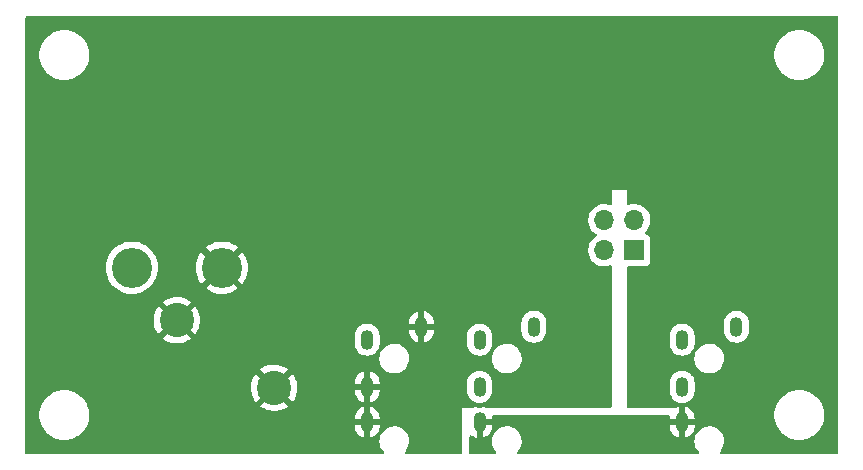
<source format=gbr>
%TF.GenerationSoftware,KiCad,Pcbnew,6.0.7-f9a2dced07~116~ubuntu20.04.1*%
%TF.CreationDate,2022-08-02T17:22:42-07:00*%
%TF.ProjectId,MicPreampTest,4d696350-7265-4616-9d70-546573742e6b,rev?*%
%TF.SameCoordinates,Original*%
%TF.FileFunction,Copper,L2,Bot*%
%TF.FilePolarity,Positive*%
%FSLAX46Y46*%
G04 Gerber Fmt 4.6, Leading zero omitted, Abs format (unit mm)*
G04 Created by KiCad (PCBNEW 6.0.7-f9a2dced07~116~ubuntu20.04.1) date 2022-08-02 17:22:42*
%MOMM*%
%LPD*%
G01*
G04 APERTURE LIST*
%TA.AperFunction,ComponentPad*%
%ADD10R,1.700000X1.700000*%
%TD*%
%TA.AperFunction,ComponentPad*%
%ADD11O,1.700000X1.700000*%
%TD*%
%TA.AperFunction,ComponentPad*%
%ADD12O,1.100000X1.700000*%
%TD*%
%TA.AperFunction,ComponentPad*%
%ADD13C,3.400000*%
%TD*%
%TA.AperFunction,ComponentPad*%
%ADD14C,2.900000*%
%TD*%
%TA.AperFunction,ViaPad*%
%ADD15C,0.800000*%
%TD*%
G04 APERTURE END LIST*
D10*
%TO.P,J2,1,Pin_1*%
%TO.N,Mic HIS*%
X134625000Y-77475000D03*
D11*
%TO.P,J2,2,Pin_2*%
%TO.N,Mic In*%
X132085000Y-77475000D03*
%TO.P,J2,3,Pin_3*%
%TO.N,Amp Out*%
X134625000Y-74935000D03*
%TO.P,J2,4,Pin_4*%
%TO.N,Amp In*%
X132085000Y-74935000D03*
%TD*%
D12*
%TO.P,J5,R2*%
%TO.N,GND*%
X112000000Y-92050000D03*
%TO.P,J5,R1*%
X112000000Y-89050000D03*
%TO.P,J5,T*%
%TO.N,Mic In*%
X112000000Y-85050000D03*
%TO.P,J5,S*%
%TO.N,GND*%
X116600000Y-83950000D03*
%TD*%
%TO.P,J4,R2*%
%TO.N,GND*%
X138670000Y-92050000D03*
%TO.P,J4,R1*%
%TO.N,Net-(J3-PadR1)*%
X138670000Y-89050000D03*
%TO.P,J4,T*%
%TO.N,Net-(J3-PadT)*%
X138670000Y-85050000D03*
%TO.P,J4,S*%
%TO.N,Mic HIS*%
X143270000Y-83950000D03*
%TD*%
%TO.P,J3,R2*%
%TO.N,GND*%
X121525000Y-92050000D03*
%TO.P,J3,R1*%
%TO.N,Net-(J3-PadR1)*%
X121525000Y-89050000D03*
%TO.P,J3,T*%
%TO.N,Net-(J3-PadT)*%
X121525000Y-85050000D03*
%TO.P,J3,S*%
%TO.N,unconnected-(J3-PadS)*%
X126125000Y-83950000D03*
%TD*%
D13*
%TO.P,J1,1*%
%TO.N,GND*%
X99695000Y-78960000D03*
%TO.P,J1,2*%
%TO.N,Mic In*%
X92075000Y-78960000D03*
D14*
%TO.P,J1,3*%
%TO.N,GND*%
X95885000Y-83410000D03*
%TO.P,J1,G*%
X104135000Y-89120000D03*
%TD*%
D15*
%TO.N,GND*%
X89535000Y-78105000D03*
X91440000Y-81915000D03*
X94615000Y-78105000D03*
X111760000Y-86995000D03*
X113665000Y-84455000D03*
X123190000Y-90170000D03*
X140335000Y-83820000D03*
X127635000Y-84455000D03*
X125730000Y-77470000D03*
X121285000Y-83185000D03*
X121285000Y-86995000D03*
X138430000Y-86995000D03*
X125730000Y-86995000D03*
X129565000Y-92050000D03*
X134620000Y-90170000D03*
X132080000Y-90170000D03*
X129540000Y-61595000D03*
X139065000Y-73025000D03*
X139065000Y-67945000D03*
X124460000Y-66675000D03*
X125730000Y-74295000D03*
X116205000Y-74930000D03*
X107315000Y-74930000D03*
X99695000Y-74930000D03*
X92710000Y-76200000D03*
X88900000Y-58420000D03*
X95250000Y-58420000D03*
X101600000Y-58420000D03*
X107950000Y-58420000D03*
X114300000Y-58420000D03*
X120650000Y-58420000D03*
X127000000Y-58420000D03*
X133350000Y-58420000D03*
X139700000Y-58420000D03*
X146050000Y-58420000D03*
X151130000Y-63500000D03*
X151130000Y-69850000D03*
X151130000Y-76200000D03*
X151130000Y-82550000D03*
X151130000Y-88900000D03*
X133350000Y-93980000D03*
X107950000Y-93980000D03*
X101600000Y-93980000D03*
X95250000Y-93980000D03*
X88900000Y-93980000D03*
X83820000Y-88900000D03*
X83820000Y-82550000D03*
X83820000Y-76200000D03*
X83820000Y-69850000D03*
X83820000Y-63500000D03*
X83820000Y-93980000D03*
X83820000Y-58420000D03*
X151130000Y-58420000D03*
X151130000Y-93980000D03*
X112395000Y-93980000D03*
X119380000Y-93980000D03*
X116205000Y-93980000D03*
X142875000Y-93980000D03*
X139065000Y-93980000D03*
X125730000Y-93980000D03*
X121285000Y-93980000D03*
X135255000Y-62230000D03*
X128905000Y-65405000D03*
X127635000Y-68580000D03*
X136525000Y-66040000D03*
X133985000Y-67310000D03*
X130810000Y-73660000D03*
X134620000Y-73025000D03*
X136525000Y-76200000D03*
X130810000Y-76200000D03*
X134620000Y-79375000D03*
X132080000Y-79375000D03*
X110490000Y-78105000D03*
X113665000Y-78105000D03*
X134620000Y-84455000D03*
X132080000Y-84455000D03*
X132080000Y-87630000D03*
X134620000Y-87630000D03*
X130810000Y-71120000D03*
X135255000Y-71120000D03*
%TD*%
%TA.AperFunction,Conductor*%
%TO.N,GND*%
G36*
X151833621Y-57678502D02*
G01*
X151880114Y-57732158D01*
X151891500Y-57784500D01*
X151891500Y-94615500D01*
X151871498Y-94683621D01*
X151817842Y-94730114D01*
X151765500Y-94741500D01*
X141962417Y-94741500D01*
X141894296Y-94721498D01*
X141847803Y-94667842D01*
X141837699Y-94597568D01*
X141871933Y-94527815D01*
X141948089Y-94449229D01*
X141948091Y-94449226D01*
X141951992Y-94445201D01*
X142077290Y-94258738D01*
X142167588Y-94053033D01*
X142220032Y-93834589D01*
X142232963Y-93610310D01*
X142205975Y-93387285D01*
X142139918Y-93172565D01*
X142109398Y-93113432D01*
X142039454Y-92977919D01*
X142039454Y-92977918D01*
X142036882Y-92972936D01*
X141900123Y-92794708D01*
X141733964Y-92643515D01*
X141729217Y-92640537D01*
X141729214Y-92640535D01*
X141548405Y-92527115D01*
X141543656Y-92524136D01*
X141335217Y-92440344D01*
X141115233Y-92394787D01*
X141110622Y-92394521D01*
X141110621Y-92394521D01*
X141060048Y-92391605D01*
X141060044Y-92391605D01*
X141058225Y-92391500D01*
X140913001Y-92391500D01*
X140910214Y-92391749D01*
X140910208Y-92391749D01*
X140840071Y-92398009D01*
X140746238Y-92406383D01*
X140740824Y-92407864D01*
X140740819Y-92407865D01*
X140626262Y-92439205D01*
X140529549Y-92465663D01*
X140524491Y-92468075D01*
X140524487Y-92468077D01*
X140428166Y-92514020D01*
X140326782Y-92562378D01*
X140144346Y-92693471D01*
X139988008Y-92854799D01*
X139862710Y-93041262D01*
X139772412Y-93246967D01*
X139771103Y-93252418D01*
X139771102Y-93252422D01*
X139741746Y-93374698D01*
X139719968Y-93465411D01*
X139707037Y-93689690D01*
X139734025Y-93912715D01*
X139800082Y-94127435D01*
X139802652Y-94132415D01*
X139802654Y-94132419D01*
X139867852Y-94258738D01*
X139903118Y-94327064D01*
X140039877Y-94505292D01*
X140044016Y-94509058D01*
X140044025Y-94509068D01*
X140058575Y-94522307D01*
X140095497Y-94582947D01*
X140093774Y-94653923D01*
X140053951Y-94712700D01*
X139988674Y-94740616D01*
X139973775Y-94741500D01*
X124817417Y-94741500D01*
X124749296Y-94721498D01*
X124702803Y-94667842D01*
X124692699Y-94597568D01*
X124726933Y-94527815D01*
X124803089Y-94449229D01*
X124803091Y-94449226D01*
X124806992Y-94445201D01*
X124932290Y-94258738D01*
X125022588Y-94053033D01*
X125075032Y-93834589D01*
X125087963Y-93610310D01*
X125060975Y-93387285D01*
X124994918Y-93172565D01*
X124964398Y-93113432D01*
X124894454Y-92977919D01*
X124894454Y-92977918D01*
X124891882Y-92972936D01*
X124755123Y-92794708D01*
X124588964Y-92643515D01*
X124584217Y-92640537D01*
X124584214Y-92640535D01*
X124403405Y-92527115D01*
X124398656Y-92524136D01*
X124190217Y-92440344D01*
X123991175Y-92399124D01*
X137612000Y-92399124D01*
X137612301Y-92405272D01*
X137626527Y-92550361D01*
X137628910Y-92562396D01*
X137685317Y-92749223D01*
X137689992Y-92760565D01*
X137781612Y-92932879D01*
X137788399Y-92943095D01*
X137911747Y-93094335D01*
X137920391Y-93103039D01*
X138070763Y-93227438D01*
X138080931Y-93234297D01*
X138252607Y-93327121D01*
X138263907Y-93331871D01*
X138398693Y-93373595D01*
X138412795Y-93373801D01*
X138416000Y-93367045D01*
X138416000Y-93360047D01*
X138924000Y-93360047D01*
X138927973Y-93373578D01*
X138935768Y-93374698D01*
X139062342Y-93337446D01*
X139073710Y-93332853D01*
X139246666Y-93242434D01*
X139256928Y-93235718D01*
X139409020Y-93113432D01*
X139417786Y-93104848D01*
X139543236Y-92955344D01*
X139550160Y-92945233D01*
X139644184Y-92774202D01*
X139649012Y-92762938D01*
X139708025Y-92576905D01*
X139710573Y-92564916D01*
X139727607Y-92413053D01*
X139728000Y-92406029D01*
X139728000Y-92322115D01*
X139723525Y-92306876D01*
X139722135Y-92305671D01*
X139714452Y-92304000D01*
X138942115Y-92304000D01*
X138926876Y-92308475D01*
X138925671Y-92309865D01*
X138924000Y-92317548D01*
X138924000Y-93360047D01*
X138416000Y-93360047D01*
X138416000Y-92322115D01*
X138411525Y-92306876D01*
X138410135Y-92305671D01*
X138402452Y-92304000D01*
X137630115Y-92304000D01*
X137614876Y-92308475D01*
X137613671Y-92309865D01*
X137612000Y-92317548D01*
X137612000Y-92399124D01*
X123991175Y-92399124D01*
X123970233Y-92394787D01*
X123965622Y-92394521D01*
X123965621Y-92394521D01*
X123915048Y-92391605D01*
X123915044Y-92391605D01*
X123913225Y-92391500D01*
X123768001Y-92391500D01*
X123765214Y-92391749D01*
X123765208Y-92391749D01*
X123695071Y-92398009D01*
X123601238Y-92406383D01*
X123595824Y-92407864D01*
X123595819Y-92407865D01*
X123481262Y-92439205D01*
X123384549Y-92465663D01*
X123379491Y-92468075D01*
X123379487Y-92468077D01*
X123283166Y-92514020D01*
X123181782Y-92562378D01*
X122999346Y-92693471D01*
X122843008Y-92854799D01*
X122717710Y-93041262D01*
X122627412Y-93246967D01*
X122626103Y-93252418D01*
X122626102Y-93252422D01*
X122596746Y-93374698D01*
X122574968Y-93465411D01*
X122562037Y-93689690D01*
X122589025Y-93912715D01*
X122655082Y-94127435D01*
X122657652Y-94132415D01*
X122657654Y-94132419D01*
X122722852Y-94258738D01*
X122758118Y-94327064D01*
X122894877Y-94505292D01*
X122899016Y-94509058D01*
X122899025Y-94509068D01*
X122913575Y-94522307D01*
X122950497Y-94582947D01*
X122948774Y-94653923D01*
X122908951Y-94712700D01*
X122843674Y-94740616D01*
X122828775Y-94741500D01*
X120776000Y-94741500D01*
X120707879Y-94721498D01*
X120661386Y-94667842D01*
X120650000Y-94615500D01*
X120650000Y-93267070D01*
X120670002Y-93198949D01*
X120723658Y-93152456D01*
X120793932Y-93142352D01*
X120856316Y-93169986D01*
X120925763Y-93227438D01*
X120935931Y-93234297D01*
X121107607Y-93327121D01*
X121118907Y-93331871D01*
X121253693Y-93373595D01*
X121267795Y-93373801D01*
X121271000Y-93367045D01*
X121271000Y-93360047D01*
X121779000Y-93360047D01*
X121782973Y-93373578D01*
X121790768Y-93374698D01*
X121917342Y-93337446D01*
X121928710Y-93332853D01*
X122101666Y-93242434D01*
X122111928Y-93235718D01*
X122264020Y-93113432D01*
X122272786Y-93104848D01*
X122398236Y-92955344D01*
X122405160Y-92945233D01*
X122499184Y-92774202D01*
X122504012Y-92762938D01*
X122563025Y-92576905D01*
X122565573Y-92564916D01*
X122582607Y-92413053D01*
X122583000Y-92406029D01*
X122583000Y-92322115D01*
X122578525Y-92306876D01*
X122577135Y-92305671D01*
X122569452Y-92304000D01*
X121797115Y-92304000D01*
X121781876Y-92308475D01*
X121780671Y-92309865D01*
X121779000Y-92317548D01*
X121779000Y-93360047D01*
X121271000Y-93360047D01*
X121271000Y-91566000D01*
X121291002Y-91497879D01*
X121344658Y-91451386D01*
X121397000Y-91440000D01*
X121653000Y-91440000D01*
X121721121Y-91460002D01*
X121767614Y-91513658D01*
X121779000Y-91566000D01*
X121779000Y-91777885D01*
X121783475Y-91793124D01*
X121784865Y-91794329D01*
X121792548Y-91796000D01*
X122564885Y-91796000D01*
X122580124Y-91791525D01*
X122581329Y-91790135D01*
X122583000Y-91782452D01*
X122583000Y-91700876D01*
X122582700Y-91694730D01*
X122571283Y-91578296D01*
X122584542Y-91508548D01*
X122633405Y-91457041D01*
X122696682Y-91440000D01*
X137499168Y-91440000D01*
X137567289Y-91460002D01*
X137613782Y-91513658D01*
X137624383Y-91580044D01*
X137612393Y-91686945D01*
X137612000Y-91693971D01*
X137612000Y-91777885D01*
X137616475Y-91793124D01*
X137617865Y-91794329D01*
X137625548Y-91796000D01*
X138397885Y-91796000D01*
X138413124Y-91791525D01*
X138414329Y-91790135D01*
X138416000Y-91782452D01*
X138416000Y-91777885D01*
X138924000Y-91777885D01*
X138928475Y-91793124D01*
X138929865Y-91794329D01*
X138937548Y-91796000D01*
X139709885Y-91796000D01*
X139725124Y-91791525D01*
X139726329Y-91790135D01*
X139728000Y-91782452D01*
X139728000Y-91700876D01*
X139727699Y-91694728D01*
X139715734Y-91572703D01*
X146480743Y-91572703D01*
X146518268Y-91857734D01*
X146594129Y-92135036D01*
X146595813Y-92138984D01*
X146703566Y-92391605D01*
X146706923Y-92399476D01*
X146854561Y-92646161D01*
X147034313Y-92870528D01*
X147242851Y-93068423D01*
X147476317Y-93236186D01*
X147480112Y-93238195D01*
X147480113Y-93238196D01*
X147501869Y-93249715D01*
X147730392Y-93370712D01*
X148000373Y-93469511D01*
X148281264Y-93530755D01*
X148309841Y-93533004D01*
X148504282Y-93548307D01*
X148504291Y-93548307D01*
X148506739Y-93548500D01*
X148662271Y-93548500D01*
X148664407Y-93548354D01*
X148664418Y-93548354D01*
X148872548Y-93534165D01*
X148872554Y-93534164D01*
X148876825Y-93533873D01*
X148881020Y-93533004D01*
X148881022Y-93533004D01*
X149017583Y-93504724D01*
X149158342Y-93475574D01*
X149429343Y-93379607D01*
X149684812Y-93247750D01*
X149688313Y-93245289D01*
X149688317Y-93245287D01*
X149890715Y-93103039D01*
X149920023Y-93082441D01*
X150042651Y-92968488D01*
X150127479Y-92889661D01*
X150127481Y-92889658D01*
X150130622Y-92886740D01*
X150312713Y-92664268D01*
X150462927Y-92419142D01*
X150578483Y-92155898D01*
X150657244Y-91879406D01*
X150697751Y-91594784D01*
X150697829Y-91580044D01*
X150699235Y-91311583D01*
X150699235Y-91311576D01*
X150699257Y-91307297D01*
X150661732Y-91022266D01*
X150657191Y-91005665D01*
X150618901Y-90865703D01*
X150585871Y-90744964D01*
X150473077Y-90480524D01*
X150325439Y-90233839D01*
X150145687Y-90009472D01*
X150022289Y-89892372D01*
X149940258Y-89814527D01*
X149940255Y-89814525D01*
X149937149Y-89811577D01*
X149703683Y-89643814D01*
X149681843Y-89632250D01*
X149554863Y-89565018D01*
X149449608Y-89509288D01*
X149314617Y-89459888D01*
X149183658Y-89411964D01*
X149183656Y-89411963D01*
X149179627Y-89410489D01*
X148898736Y-89349245D01*
X148867685Y-89346801D01*
X148675718Y-89331693D01*
X148675709Y-89331693D01*
X148673261Y-89331500D01*
X148517729Y-89331500D01*
X148515593Y-89331646D01*
X148515582Y-89331646D01*
X148307452Y-89345835D01*
X148307446Y-89345836D01*
X148303175Y-89346127D01*
X148298980Y-89346996D01*
X148298978Y-89346996D01*
X148162417Y-89375276D01*
X148021658Y-89404426D01*
X147750657Y-89500393D01*
X147495188Y-89632250D01*
X147491687Y-89634711D01*
X147491683Y-89634713D01*
X147481594Y-89641804D01*
X147259977Y-89797559D01*
X147244892Y-89811577D01*
X147089874Y-89955629D01*
X147049378Y-89993260D01*
X146867287Y-90215732D01*
X146717073Y-90460858D01*
X146601517Y-90724102D01*
X146600342Y-90728229D01*
X146600341Y-90728230D01*
X146582792Y-90789836D01*
X146522756Y-91000594D01*
X146482249Y-91285216D01*
X146482227Y-91289505D01*
X146482226Y-91289512D01*
X146480778Y-91566000D01*
X146480743Y-91572703D01*
X139715734Y-91572703D01*
X139713473Y-91549639D01*
X139711090Y-91537604D01*
X139654683Y-91350777D01*
X139650008Y-91339435D01*
X139558388Y-91167121D01*
X139551601Y-91156905D01*
X139428253Y-91005665D01*
X139419609Y-90996961D01*
X139269237Y-90872562D01*
X139259069Y-90865703D01*
X139087393Y-90772879D01*
X139076093Y-90768129D01*
X138941307Y-90726405D01*
X138927205Y-90726199D01*
X138924000Y-90732955D01*
X138924000Y-91777885D01*
X138416000Y-91777885D01*
X138416000Y-91495359D01*
X138424554Y-91466225D01*
X138421493Y-91465559D01*
X138427053Y-91440000D01*
X138430000Y-91440000D01*
X138430000Y-90805000D01*
X138424681Y-90805000D01*
X138421104Y-90792818D01*
X138416000Y-90757320D01*
X138416000Y-90739953D01*
X138412027Y-90726422D01*
X138404232Y-90725302D01*
X138277658Y-90762554D01*
X138266294Y-90767145D01*
X138221311Y-90790662D01*
X138162935Y-90805000D01*
X134111000Y-90805000D01*
X134042879Y-90784998D01*
X133996386Y-90731342D01*
X133985000Y-90679000D01*
X133985000Y-89402237D01*
X137611500Y-89402237D01*
X137611800Y-89405293D01*
X137611800Y-89405300D01*
X137622194Y-89511299D01*
X137626635Y-89556592D01*
X137666474Y-89688546D01*
X137684793Y-89749223D01*
X137686632Y-89755315D01*
X137689527Y-89760760D01*
X137689528Y-89760762D01*
X137781046Y-89932879D01*
X137784087Y-89938599D01*
X137826285Y-89990339D01*
X137911390Y-90094689D01*
X137911393Y-90094692D01*
X137915285Y-90099464D01*
X137920033Y-90103392D01*
X137920034Y-90103393D01*
X137934391Y-90115270D01*
X138075230Y-90231783D01*
X138080647Y-90234712D01*
X138080650Y-90234714D01*
X138252410Y-90327584D01*
X138252415Y-90327586D01*
X138257830Y-90330514D01*
X138456129Y-90391898D01*
X138462254Y-90392542D01*
X138462255Y-90392542D01*
X138656446Y-90412952D01*
X138656448Y-90412952D01*
X138662575Y-90413596D01*
X138748485Y-90405777D01*
X138863164Y-90395341D01*
X138863167Y-90395340D01*
X138869303Y-90394782D01*
X138875209Y-90393044D01*
X138875213Y-90393043D01*
X139062531Y-90337912D01*
X139062530Y-90337912D01*
X139068440Y-90336173D01*
X139252400Y-90240001D01*
X139414177Y-90109929D01*
X139418441Y-90104848D01*
X139543650Y-89955629D01*
X139547609Y-89950911D01*
X139550573Y-89945519D01*
X139550576Y-89945515D01*
X139644646Y-89774402D01*
X139647613Y-89769005D01*
X139710379Y-89571139D01*
X139711350Y-89562489D01*
X139728107Y-89413087D01*
X139728500Y-89409587D01*
X139728500Y-88697763D01*
X139728129Y-88693971D01*
X139713966Y-88549534D01*
X139713965Y-88549531D01*
X139713365Y-88543408D01*
X139673526Y-88411454D01*
X139655152Y-88350593D01*
X139655151Y-88350590D01*
X139653368Y-88344685D01*
X139646089Y-88330995D01*
X139558809Y-88166847D01*
X139558808Y-88166845D01*
X139555913Y-88161401D01*
X139507083Y-88101529D01*
X139428610Y-88005311D01*
X139428607Y-88005308D01*
X139424715Y-88000536D01*
X139417770Y-87994790D01*
X139269518Y-87872145D01*
X139269519Y-87872145D01*
X139264770Y-87868217D01*
X139259353Y-87865288D01*
X139259350Y-87865286D01*
X139087590Y-87772416D01*
X139087585Y-87772414D01*
X139082170Y-87769486D01*
X138883871Y-87708102D01*
X138877746Y-87707458D01*
X138877745Y-87707458D01*
X138683554Y-87687048D01*
X138683552Y-87687048D01*
X138677425Y-87686404D01*
X138591515Y-87694223D01*
X138476836Y-87704659D01*
X138476833Y-87704660D01*
X138470697Y-87705218D01*
X138464791Y-87706956D01*
X138464787Y-87706957D01*
X138360597Y-87737622D01*
X138271560Y-87763827D01*
X138087600Y-87859999D01*
X137925823Y-87990071D01*
X137921865Y-87994788D01*
X137921863Y-87994790D01*
X137917042Y-88000536D01*
X137792391Y-88149089D01*
X137789427Y-88154481D01*
X137789424Y-88154485D01*
X137695354Y-88325598D01*
X137692387Y-88330995D01*
X137629621Y-88528861D01*
X137628935Y-88534978D01*
X137628934Y-88534982D01*
X137628640Y-88537604D01*
X137611500Y-88690413D01*
X137611500Y-89402237D01*
X133985000Y-89402237D01*
X133985000Y-86689690D01*
X139707037Y-86689690D01*
X139734025Y-86912715D01*
X139800082Y-87127435D01*
X139802652Y-87132415D01*
X139802654Y-87132419D01*
X139867852Y-87258738D01*
X139903118Y-87327064D01*
X140039877Y-87505292D01*
X140206036Y-87656485D01*
X140210783Y-87659463D01*
X140210786Y-87659465D01*
X140390847Y-87772416D01*
X140396344Y-87775864D01*
X140604783Y-87859656D01*
X140824767Y-87905213D01*
X140829378Y-87905479D01*
X140829379Y-87905479D01*
X140879952Y-87908395D01*
X140879956Y-87908395D01*
X140881775Y-87908500D01*
X141026999Y-87908500D01*
X141029786Y-87908251D01*
X141029792Y-87908251D01*
X141099929Y-87901991D01*
X141193762Y-87893617D01*
X141199176Y-87892136D01*
X141199181Y-87892135D01*
X141327080Y-87857145D01*
X141410451Y-87834337D01*
X141415509Y-87831925D01*
X141415513Y-87831923D01*
X141533042Y-87775864D01*
X141613218Y-87737622D01*
X141795654Y-87606529D01*
X141951992Y-87445201D01*
X142077290Y-87258738D01*
X142167588Y-87053033D01*
X142220032Y-86834589D01*
X142232963Y-86610310D01*
X142205975Y-86387285D01*
X142139918Y-86172565D01*
X142107590Y-86109929D01*
X142039454Y-85977919D01*
X142039454Y-85977918D01*
X142036882Y-85972936D01*
X141900123Y-85794708D01*
X141733964Y-85643515D01*
X141729217Y-85640537D01*
X141729214Y-85640535D01*
X141548405Y-85527115D01*
X141543656Y-85524136D01*
X141335217Y-85440344D01*
X141115233Y-85394787D01*
X141110622Y-85394521D01*
X141110621Y-85394521D01*
X141060048Y-85391605D01*
X141060044Y-85391605D01*
X141058225Y-85391500D01*
X140913001Y-85391500D01*
X140910214Y-85391749D01*
X140910208Y-85391749D01*
X140840071Y-85398009D01*
X140746238Y-85406383D01*
X140740824Y-85407864D01*
X140740819Y-85407865D01*
X140626262Y-85439205D01*
X140529549Y-85465663D01*
X140524491Y-85468075D01*
X140524487Y-85468077D01*
X140428165Y-85514021D01*
X140326782Y-85562378D01*
X140144346Y-85693471D01*
X139988008Y-85854799D01*
X139862710Y-86041262D01*
X139772412Y-86246967D01*
X139771103Y-86252418D01*
X139771102Y-86252422D01*
X139736790Y-86395341D01*
X139719968Y-86465411D01*
X139707037Y-86689690D01*
X133985000Y-86689690D01*
X133985000Y-85402237D01*
X137611500Y-85402237D01*
X137611800Y-85405293D01*
X137611800Y-85405300D01*
X137626034Y-85550466D01*
X137626635Y-85556592D01*
X137652878Y-85643515D01*
X137667961Y-85693471D01*
X137686632Y-85755315D01*
X137784087Y-85938599D01*
X137808464Y-85968488D01*
X137911390Y-86094689D01*
X137911393Y-86094692D01*
X137915285Y-86099464D01*
X137920033Y-86103392D01*
X137920034Y-86103393D01*
X137997624Y-86167581D01*
X138075230Y-86231783D01*
X138080647Y-86234712D01*
X138080650Y-86234714D01*
X138252410Y-86327584D01*
X138252415Y-86327586D01*
X138257830Y-86330514D01*
X138456129Y-86391898D01*
X138462254Y-86392542D01*
X138462255Y-86392542D01*
X138656446Y-86412952D01*
X138656448Y-86412952D01*
X138662575Y-86413596D01*
X138748485Y-86405777D01*
X138863164Y-86395341D01*
X138863167Y-86395340D01*
X138869303Y-86394782D01*
X138875209Y-86393044D01*
X138875213Y-86393043D01*
X139062531Y-86337912D01*
X139062530Y-86337912D01*
X139068440Y-86336173D01*
X139252400Y-86240001D01*
X139414177Y-86109929D01*
X139419662Y-86103393D01*
X139543650Y-85955629D01*
X139547609Y-85950911D01*
X139550573Y-85945519D01*
X139550576Y-85945515D01*
X139644646Y-85774402D01*
X139647613Y-85769005D01*
X139710379Y-85571139D01*
X139711350Y-85562489D01*
X139728107Y-85413087D01*
X139728500Y-85409587D01*
X139728500Y-84697763D01*
X139727780Y-84690413D01*
X139713966Y-84549534D01*
X139713965Y-84549531D01*
X139713365Y-84543408D01*
X139653368Y-84344685D01*
X139632814Y-84306029D01*
X139630798Y-84302237D01*
X142211500Y-84302237D01*
X142211800Y-84305293D01*
X142211800Y-84305300D01*
X142222352Y-84412910D01*
X142226635Y-84456592D01*
X142260039Y-84567233D01*
X142284793Y-84649223D01*
X142286632Y-84655315D01*
X142289527Y-84660760D01*
X142289528Y-84660762D01*
X142381046Y-84832879D01*
X142384087Y-84838599D01*
X142432917Y-84898471D01*
X142511390Y-84994689D01*
X142511393Y-84994692D01*
X142515285Y-84999464D01*
X142520033Y-85003392D01*
X142520034Y-85003393D01*
X142538090Y-85018330D01*
X142675230Y-85131783D01*
X142680647Y-85134712D01*
X142680650Y-85134714D01*
X142852410Y-85227584D01*
X142852415Y-85227586D01*
X142857830Y-85230514D01*
X143056129Y-85291898D01*
X143062254Y-85292542D01*
X143062255Y-85292542D01*
X143256446Y-85312952D01*
X143256448Y-85312952D01*
X143262575Y-85313596D01*
X143348485Y-85305777D01*
X143463164Y-85295341D01*
X143463167Y-85295340D01*
X143469303Y-85294782D01*
X143475209Y-85293044D01*
X143475213Y-85293043D01*
X143662531Y-85237912D01*
X143662530Y-85237912D01*
X143668440Y-85236173D01*
X143852400Y-85140001D01*
X144014177Y-85009929D01*
X144018441Y-85004848D01*
X144143650Y-84855629D01*
X144147609Y-84850911D01*
X144150573Y-84845519D01*
X144150576Y-84845515D01*
X144244646Y-84674402D01*
X144247613Y-84669005D01*
X144310379Y-84471139D01*
X144311350Y-84462489D01*
X144325950Y-84332321D01*
X144328500Y-84309587D01*
X144328500Y-83597763D01*
X144328129Y-83593971D01*
X144313966Y-83449534D01*
X144313965Y-83449531D01*
X144313365Y-83443408D01*
X144273526Y-83311454D01*
X144255152Y-83250593D01*
X144255151Y-83250590D01*
X144253368Y-83244685D01*
X144246089Y-83230995D01*
X144158809Y-83066847D01*
X144158808Y-83066845D01*
X144155913Y-83061401D01*
X144107083Y-83001529D01*
X144028610Y-82905311D01*
X144028607Y-82905308D01*
X144024715Y-82900536D01*
X144017770Y-82894790D01*
X143869518Y-82772145D01*
X143869519Y-82772145D01*
X143864770Y-82768217D01*
X143859353Y-82765288D01*
X143859350Y-82765286D01*
X143687590Y-82672416D01*
X143687585Y-82672414D01*
X143682170Y-82669486D01*
X143483871Y-82608102D01*
X143477746Y-82607458D01*
X143477745Y-82607458D01*
X143283554Y-82587048D01*
X143283552Y-82587048D01*
X143277425Y-82586404D01*
X143191515Y-82594223D01*
X143076836Y-82604659D01*
X143076833Y-82604660D01*
X143070697Y-82605218D01*
X143064791Y-82606956D01*
X143064787Y-82606957D01*
X142976454Y-82632955D01*
X142871560Y-82663827D01*
X142687600Y-82759999D01*
X142525823Y-82890071D01*
X142521865Y-82894788D01*
X142521863Y-82894790D01*
X142517042Y-82900536D01*
X142392391Y-83049089D01*
X142389427Y-83054481D01*
X142389424Y-83054485D01*
X142348430Y-83129053D01*
X142292387Y-83230995D01*
X142229621Y-83428861D01*
X142228935Y-83434978D01*
X142228934Y-83434982D01*
X142228640Y-83437604D01*
X142211500Y-83590413D01*
X142211500Y-84302237D01*
X139630798Y-84302237D01*
X139558809Y-84166847D01*
X139558808Y-84166845D01*
X139555913Y-84161401D01*
X139481901Y-84070653D01*
X139428610Y-84005311D01*
X139428607Y-84005308D01*
X139424715Y-84000536D01*
X139417770Y-83994790D01*
X139269518Y-83872145D01*
X139269519Y-83872145D01*
X139264770Y-83868217D01*
X139259353Y-83865288D01*
X139259350Y-83865286D01*
X139087590Y-83772416D01*
X139087585Y-83772414D01*
X139082170Y-83769486D01*
X138883871Y-83708102D01*
X138877746Y-83707458D01*
X138877745Y-83707458D01*
X138683554Y-83687048D01*
X138683552Y-83687048D01*
X138677425Y-83686404D01*
X138621156Y-83691525D01*
X138476836Y-83704659D01*
X138476833Y-83704660D01*
X138470697Y-83705218D01*
X138464791Y-83706956D01*
X138464787Y-83706957D01*
X138316932Y-83750473D01*
X138271560Y-83763827D01*
X138087600Y-83859999D01*
X137925823Y-83990071D01*
X137921865Y-83994788D01*
X137921863Y-83994790D01*
X137917042Y-84000536D01*
X137792391Y-84149089D01*
X137789427Y-84154481D01*
X137789424Y-84154485D01*
X137704156Y-84309587D01*
X137692387Y-84330995D01*
X137629621Y-84528861D01*
X137628935Y-84534978D01*
X137628934Y-84534982D01*
X137621806Y-84598531D01*
X137611500Y-84690413D01*
X137611500Y-85402237D01*
X133985000Y-85402237D01*
X133985000Y-78959500D01*
X134005002Y-78891379D01*
X134058658Y-78844886D01*
X134111000Y-78833500D01*
X135523134Y-78833500D01*
X135585316Y-78826745D01*
X135721705Y-78775615D01*
X135838261Y-78688261D01*
X135925615Y-78571705D01*
X135976745Y-78435316D01*
X135983500Y-78373134D01*
X135983500Y-76576866D01*
X135976745Y-76514684D01*
X135925615Y-76378295D01*
X135838261Y-76261739D01*
X135721705Y-76174385D01*
X135694905Y-76164338D01*
X135603203Y-76129960D01*
X135546439Y-76087318D01*
X135521739Y-76020756D01*
X135536947Y-75951408D01*
X135558493Y-75922727D01*
X135659435Y-75822137D01*
X135663096Y-75818489D01*
X135722594Y-75735689D01*
X135790435Y-75641277D01*
X135793453Y-75637077D01*
X135892430Y-75436811D01*
X135957370Y-75223069D01*
X135986529Y-75001590D01*
X135988156Y-74935000D01*
X135969852Y-74712361D01*
X135915431Y-74495702D01*
X135826354Y-74290840D01*
X135705014Y-74103277D01*
X135554670Y-73938051D01*
X135550619Y-73934852D01*
X135550615Y-73934848D01*
X135383414Y-73802800D01*
X135383410Y-73802798D01*
X135379359Y-73799598D01*
X135183789Y-73691638D01*
X135178920Y-73689914D01*
X135178916Y-73689912D01*
X134978087Y-73618795D01*
X134978083Y-73618794D01*
X134973212Y-73617069D01*
X134968119Y-73616162D01*
X134968116Y-73616161D01*
X134758373Y-73578800D01*
X134758367Y-73578799D01*
X134753284Y-73577894D01*
X134679452Y-73576992D01*
X134535081Y-73575228D01*
X134535079Y-73575228D01*
X134529911Y-73575165D01*
X134309091Y-73608955D01*
X134150144Y-73660907D01*
X134079182Y-73663058D01*
X134018320Y-73626502D01*
X133986883Y-73562845D01*
X133985000Y-73541142D01*
X133985000Y-72390000D01*
X132715000Y-72390000D01*
X132715000Y-73538569D01*
X132694998Y-73606690D01*
X132641342Y-73653183D01*
X132571068Y-73663287D01*
X132546941Y-73657342D01*
X132438091Y-73618796D01*
X132438083Y-73618794D01*
X132433212Y-73617069D01*
X132428119Y-73616162D01*
X132428116Y-73616161D01*
X132218373Y-73578800D01*
X132218367Y-73578799D01*
X132213284Y-73577894D01*
X132139452Y-73576992D01*
X131995081Y-73575228D01*
X131995079Y-73575228D01*
X131989911Y-73575165D01*
X131769091Y-73608955D01*
X131556756Y-73678357D01*
X131358607Y-73781507D01*
X131354474Y-73784610D01*
X131354471Y-73784612D01*
X131330247Y-73802800D01*
X131179965Y-73915635D01*
X131025629Y-74077138D01*
X130899743Y-74261680D01*
X130805688Y-74464305D01*
X130745989Y-74679570D01*
X130722251Y-74901695D01*
X130722548Y-74906848D01*
X130722548Y-74906851D01*
X130728011Y-75001590D01*
X130735110Y-75124715D01*
X130736247Y-75129761D01*
X130736248Y-75129767D01*
X130756119Y-75217939D01*
X130784222Y-75342639D01*
X130868266Y-75549616D01*
X130984987Y-75740088D01*
X131131250Y-75908938D01*
X131303126Y-76051632D01*
X131364196Y-76087318D01*
X131376445Y-76094476D01*
X131425169Y-76146114D01*
X131438240Y-76215897D01*
X131411509Y-76281669D01*
X131371055Y-76315027D01*
X131358607Y-76321507D01*
X131354474Y-76324610D01*
X131354471Y-76324612D01*
X131184100Y-76452530D01*
X131179965Y-76455635D01*
X131025629Y-76617138D01*
X130899743Y-76801680D01*
X130805688Y-77004305D01*
X130745989Y-77219570D01*
X130722251Y-77441695D01*
X130722548Y-77446848D01*
X130722548Y-77446851D01*
X130731399Y-77600354D01*
X130735110Y-77664715D01*
X130736247Y-77669761D01*
X130736248Y-77669767D01*
X130760304Y-77776508D01*
X130784222Y-77882639D01*
X130868266Y-78089616D01*
X130984987Y-78280088D01*
X131131250Y-78448938D01*
X131303126Y-78591632D01*
X131496000Y-78704338D01*
X131704692Y-78784030D01*
X131709760Y-78785061D01*
X131709763Y-78785062D01*
X131817017Y-78806883D01*
X131923597Y-78828567D01*
X131928772Y-78828757D01*
X131928774Y-78828757D01*
X132141673Y-78836564D01*
X132141677Y-78836564D01*
X132146837Y-78836753D01*
X132151957Y-78836097D01*
X132151959Y-78836097D01*
X132363288Y-78809025D01*
X132363289Y-78809025D01*
X132368416Y-78808368D01*
X132552792Y-78753052D01*
X132623788Y-78752635D01*
X132683738Y-78790668D01*
X132713610Y-78855074D01*
X132715000Y-78873738D01*
X132715000Y-90679000D01*
X132694998Y-90747121D01*
X132641342Y-90793614D01*
X132589000Y-90805000D01*
X122033682Y-90805000D01*
X121973754Y-90789836D01*
X121942393Y-90772879D01*
X121931093Y-90768129D01*
X121796307Y-90726405D01*
X121782205Y-90726199D01*
X121778975Y-90733008D01*
X121731705Y-90785980D01*
X121665137Y-90805000D01*
X121384422Y-90805000D01*
X121316301Y-90784998D01*
X121269808Y-90731342D01*
X121268027Y-90726566D01*
X121259232Y-90725302D01*
X121132658Y-90762554D01*
X121121294Y-90767145D01*
X121076311Y-90790662D01*
X121017935Y-90805000D01*
X120015000Y-90805000D01*
X120015000Y-94615500D01*
X119994998Y-94683621D01*
X119941342Y-94730114D01*
X119889000Y-94741500D01*
X115292417Y-94741500D01*
X115224296Y-94721498D01*
X115177803Y-94667842D01*
X115167699Y-94597568D01*
X115201933Y-94527815D01*
X115278089Y-94449229D01*
X115278091Y-94449226D01*
X115281992Y-94445201D01*
X115407290Y-94258738D01*
X115497588Y-94053033D01*
X115550032Y-93834589D01*
X115562963Y-93610310D01*
X115535975Y-93387285D01*
X115469918Y-93172565D01*
X115439398Y-93113432D01*
X115369454Y-92977919D01*
X115369454Y-92977918D01*
X115366882Y-92972936D01*
X115230123Y-92794708D01*
X115063964Y-92643515D01*
X115059217Y-92640537D01*
X115059214Y-92640535D01*
X114878405Y-92527115D01*
X114873656Y-92524136D01*
X114665217Y-92440344D01*
X114445233Y-92394787D01*
X114440622Y-92394521D01*
X114440621Y-92394521D01*
X114390048Y-92391605D01*
X114390044Y-92391605D01*
X114388225Y-92391500D01*
X114243001Y-92391500D01*
X114240214Y-92391749D01*
X114240208Y-92391749D01*
X114170071Y-92398009D01*
X114076238Y-92406383D01*
X114070824Y-92407864D01*
X114070819Y-92407865D01*
X113956262Y-92439205D01*
X113859549Y-92465663D01*
X113854491Y-92468075D01*
X113854487Y-92468077D01*
X113758166Y-92514020D01*
X113656782Y-92562378D01*
X113474346Y-92693471D01*
X113318008Y-92854799D01*
X113192710Y-93041262D01*
X113102412Y-93246967D01*
X113101103Y-93252418D01*
X113101102Y-93252422D01*
X113071746Y-93374698D01*
X113049968Y-93465411D01*
X113037037Y-93689690D01*
X113064025Y-93912715D01*
X113130082Y-94127435D01*
X113132652Y-94132415D01*
X113132654Y-94132419D01*
X113197852Y-94258738D01*
X113233118Y-94327064D01*
X113369877Y-94505292D01*
X113374016Y-94509058D01*
X113374025Y-94509068D01*
X113388575Y-94522307D01*
X113425497Y-94582947D01*
X113423774Y-94653923D01*
X113383951Y-94712700D01*
X113318674Y-94740616D01*
X113303775Y-94741500D01*
X83184500Y-94741500D01*
X83116379Y-94721498D01*
X83069886Y-94667842D01*
X83058500Y-94615500D01*
X83058500Y-91572703D01*
X84250743Y-91572703D01*
X84288268Y-91857734D01*
X84364129Y-92135036D01*
X84365813Y-92138984D01*
X84473566Y-92391605D01*
X84476923Y-92399476D01*
X84624561Y-92646161D01*
X84804313Y-92870528D01*
X85012851Y-93068423D01*
X85246317Y-93236186D01*
X85250112Y-93238195D01*
X85250113Y-93238196D01*
X85271869Y-93249715D01*
X85500392Y-93370712D01*
X85770373Y-93469511D01*
X86051264Y-93530755D01*
X86079841Y-93533004D01*
X86274282Y-93548307D01*
X86274291Y-93548307D01*
X86276739Y-93548500D01*
X86432271Y-93548500D01*
X86434407Y-93548354D01*
X86434418Y-93548354D01*
X86642548Y-93534165D01*
X86642554Y-93534164D01*
X86646825Y-93533873D01*
X86651020Y-93533004D01*
X86651022Y-93533004D01*
X86787583Y-93504724D01*
X86928342Y-93475574D01*
X87199343Y-93379607D01*
X87454812Y-93247750D01*
X87458313Y-93245289D01*
X87458317Y-93245287D01*
X87660715Y-93103039D01*
X87690023Y-93082441D01*
X87812651Y-92968488D01*
X87897479Y-92889661D01*
X87897481Y-92889658D01*
X87900622Y-92886740D01*
X88082713Y-92664268D01*
X88232927Y-92419142D01*
X88241714Y-92399124D01*
X110942000Y-92399124D01*
X110942301Y-92405272D01*
X110956527Y-92550361D01*
X110958910Y-92562396D01*
X111015317Y-92749223D01*
X111019992Y-92760565D01*
X111111612Y-92932879D01*
X111118399Y-92943095D01*
X111241747Y-93094335D01*
X111250391Y-93103039D01*
X111400763Y-93227438D01*
X111410931Y-93234297D01*
X111582607Y-93327121D01*
X111593907Y-93331871D01*
X111728693Y-93373595D01*
X111742795Y-93373801D01*
X111746000Y-93367045D01*
X111746000Y-93360047D01*
X112254000Y-93360047D01*
X112257973Y-93373578D01*
X112265768Y-93374698D01*
X112392342Y-93337446D01*
X112403710Y-93332853D01*
X112576666Y-93242434D01*
X112586928Y-93235718D01*
X112739020Y-93113432D01*
X112747786Y-93104848D01*
X112873236Y-92955344D01*
X112880160Y-92945233D01*
X112974184Y-92774202D01*
X112979012Y-92762938D01*
X113038025Y-92576905D01*
X113040573Y-92564916D01*
X113057607Y-92413053D01*
X113058000Y-92406029D01*
X113058000Y-92322115D01*
X113053525Y-92306876D01*
X113052135Y-92305671D01*
X113044452Y-92304000D01*
X112272115Y-92304000D01*
X112256876Y-92308475D01*
X112255671Y-92309865D01*
X112254000Y-92317548D01*
X112254000Y-93360047D01*
X111746000Y-93360047D01*
X111746000Y-92322115D01*
X111741525Y-92306876D01*
X111740135Y-92305671D01*
X111732452Y-92304000D01*
X110960115Y-92304000D01*
X110944876Y-92308475D01*
X110943671Y-92309865D01*
X110942000Y-92317548D01*
X110942000Y-92399124D01*
X88241714Y-92399124D01*
X88348483Y-92155898D01*
X88427244Y-91879406D01*
X88441692Y-91777885D01*
X110942000Y-91777885D01*
X110946475Y-91793124D01*
X110947865Y-91794329D01*
X110955548Y-91796000D01*
X111727885Y-91796000D01*
X111743124Y-91791525D01*
X111744329Y-91790135D01*
X111746000Y-91782452D01*
X111746000Y-91777885D01*
X112254000Y-91777885D01*
X112258475Y-91793124D01*
X112259865Y-91794329D01*
X112267548Y-91796000D01*
X113039885Y-91796000D01*
X113055124Y-91791525D01*
X113056329Y-91790135D01*
X113058000Y-91782452D01*
X113058000Y-91700876D01*
X113057699Y-91694728D01*
X113043473Y-91549639D01*
X113041090Y-91537604D01*
X112984683Y-91350777D01*
X112980008Y-91339435D01*
X112888388Y-91167121D01*
X112881601Y-91156905D01*
X112758253Y-91005665D01*
X112749609Y-90996961D01*
X112599237Y-90872562D01*
X112589069Y-90865703D01*
X112417393Y-90772879D01*
X112406093Y-90768129D01*
X112271307Y-90726405D01*
X112257205Y-90726199D01*
X112254000Y-90732955D01*
X112254000Y-91777885D01*
X111746000Y-91777885D01*
X111746000Y-90739953D01*
X111742027Y-90726422D01*
X111734232Y-90725302D01*
X111607658Y-90762554D01*
X111596290Y-90767147D01*
X111423334Y-90857566D01*
X111413072Y-90864282D01*
X111260980Y-90986568D01*
X111252214Y-90995152D01*
X111126764Y-91144656D01*
X111119840Y-91154767D01*
X111025816Y-91325798D01*
X111020988Y-91337062D01*
X110961975Y-91523095D01*
X110959427Y-91535084D01*
X110942393Y-91686947D01*
X110942000Y-91693971D01*
X110942000Y-91777885D01*
X88441692Y-91777885D01*
X88467751Y-91594784D01*
X88467829Y-91580044D01*
X88469235Y-91311583D01*
X88469235Y-91311576D01*
X88469257Y-91307297D01*
X88431732Y-91022266D01*
X88427191Y-91005665D01*
X88388901Y-90865703D01*
X88355871Y-90744964D01*
X88325324Y-90673348D01*
X102946819Y-90673348D01*
X102954209Y-90683650D01*
X103002808Y-90723217D01*
X103010084Y-90728330D01*
X103239999Y-90866750D01*
X103247913Y-90870783D01*
X103495048Y-90975431D01*
X103503453Y-90978308D01*
X103762873Y-91047093D01*
X103771585Y-91048755D01*
X104038114Y-91080300D01*
X104046979Y-91080718D01*
X104315278Y-91074395D01*
X104324133Y-91073558D01*
X104588864Y-91029495D01*
X104597498Y-91027422D01*
X104853383Y-90946496D01*
X104861644Y-90943225D01*
X105103567Y-90827055D01*
X105111292Y-90822649D01*
X105316318Y-90685656D01*
X105324606Y-90675738D01*
X105317350Y-90661560D01*
X104147812Y-89492022D01*
X104133868Y-89484408D01*
X104132035Y-89484539D01*
X104125420Y-89488790D01*
X102953985Y-90660225D01*
X102946819Y-90673348D01*
X88325324Y-90673348D01*
X88243077Y-90480524D01*
X88095439Y-90233839D01*
X87915687Y-90009472D01*
X87792289Y-89892372D01*
X87710258Y-89814527D01*
X87710255Y-89814525D01*
X87707149Y-89811577D01*
X87473683Y-89643814D01*
X87451843Y-89632250D01*
X87324863Y-89565018D01*
X87219608Y-89509288D01*
X87084617Y-89459888D01*
X86953658Y-89411964D01*
X86953656Y-89411963D01*
X86949627Y-89410489D01*
X86668736Y-89349245D01*
X86637685Y-89346801D01*
X86445718Y-89331693D01*
X86445709Y-89331693D01*
X86443261Y-89331500D01*
X86287729Y-89331500D01*
X86285593Y-89331646D01*
X86285582Y-89331646D01*
X86077452Y-89345835D01*
X86077446Y-89345836D01*
X86073175Y-89346127D01*
X86068980Y-89346996D01*
X86068978Y-89346996D01*
X85932416Y-89375277D01*
X85791658Y-89404426D01*
X85520657Y-89500393D01*
X85265188Y-89632250D01*
X85261687Y-89634711D01*
X85261683Y-89634713D01*
X85251594Y-89641804D01*
X85029977Y-89797559D01*
X85014892Y-89811577D01*
X84859874Y-89955629D01*
X84819378Y-89993260D01*
X84637287Y-90215732D01*
X84487073Y-90460858D01*
X84371517Y-90724102D01*
X84370342Y-90728229D01*
X84370341Y-90728230D01*
X84352792Y-90789836D01*
X84292756Y-91000594D01*
X84252249Y-91285216D01*
X84252227Y-91289505D01*
X84252226Y-91289512D01*
X84250778Y-91566000D01*
X84250743Y-91572703D01*
X83058500Y-91572703D01*
X83058500Y-89062793D01*
X102173142Y-89062793D01*
X102183678Y-89330960D01*
X102184653Y-89339789D01*
X102232869Y-89603799D01*
X102235078Y-89612401D01*
X102320012Y-89866979D01*
X102323416Y-89875196D01*
X102443374Y-90115270D01*
X102447893Y-90122910D01*
X102570408Y-90300176D01*
X102580730Y-90308531D01*
X102594383Y-90301407D01*
X103762978Y-89132812D01*
X103769356Y-89121132D01*
X104499408Y-89121132D01*
X104499539Y-89122965D01*
X104503790Y-89129580D01*
X105676007Y-90301797D01*
X105689407Y-90309114D01*
X105699311Y-90302127D01*
X105720237Y-90277233D01*
X105725457Y-90270047D01*
X105867480Y-90042321D01*
X105871632Y-90034481D01*
X105980151Y-89789014D01*
X105983161Y-89780653D01*
X106056005Y-89522365D01*
X106057809Y-89513657D01*
X106073193Y-89399124D01*
X110942000Y-89399124D01*
X110942301Y-89405272D01*
X110956527Y-89550361D01*
X110958910Y-89562396D01*
X111015317Y-89749223D01*
X111019992Y-89760565D01*
X111111612Y-89932879D01*
X111118399Y-89943095D01*
X111241747Y-90094335D01*
X111250391Y-90103039D01*
X111400763Y-90227438D01*
X111410931Y-90234297D01*
X111582607Y-90327121D01*
X111593907Y-90331871D01*
X111728693Y-90373595D01*
X111742795Y-90373801D01*
X111746000Y-90367045D01*
X111746000Y-90360047D01*
X112254000Y-90360047D01*
X112257973Y-90373578D01*
X112265768Y-90374698D01*
X112392342Y-90337446D01*
X112403710Y-90332853D01*
X112576666Y-90242434D01*
X112586928Y-90235718D01*
X112739020Y-90113432D01*
X112747786Y-90104848D01*
X112873236Y-89955344D01*
X112880160Y-89945233D01*
X112974184Y-89774202D01*
X112979012Y-89762938D01*
X113038025Y-89576905D01*
X113040573Y-89564916D01*
X113057607Y-89413053D01*
X113058000Y-89406029D01*
X113058000Y-89402237D01*
X120466500Y-89402237D01*
X120466800Y-89405293D01*
X120466800Y-89405300D01*
X120477194Y-89511299D01*
X120481635Y-89556592D01*
X120521474Y-89688546D01*
X120539793Y-89749223D01*
X120541632Y-89755315D01*
X120544527Y-89760760D01*
X120544528Y-89760762D01*
X120636046Y-89932879D01*
X120639087Y-89938599D01*
X120681285Y-89990339D01*
X120766390Y-90094689D01*
X120766393Y-90094692D01*
X120770285Y-90099464D01*
X120775033Y-90103392D01*
X120775034Y-90103393D01*
X120789391Y-90115270D01*
X120930230Y-90231783D01*
X120935647Y-90234712D01*
X120935650Y-90234714D01*
X121107410Y-90327584D01*
X121107415Y-90327586D01*
X121112830Y-90330514D01*
X121311129Y-90391898D01*
X121317254Y-90392542D01*
X121317255Y-90392542D01*
X121511446Y-90412952D01*
X121511448Y-90412952D01*
X121517575Y-90413596D01*
X121603485Y-90405777D01*
X121718164Y-90395341D01*
X121718167Y-90395340D01*
X121724303Y-90394782D01*
X121730209Y-90393044D01*
X121730213Y-90393043D01*
X121917531Y-90337912D01*
X121917530Y-90337912D01*
X121923440Y-90336173D01*
X122107400Y-90240001D01*
X122269177Y-90109929D01*
X122273441Y-90104848D01*
X122398650Y-89955629D01*
X122402609Y-89950911D01*
X122405573Y-89945519D01*
X122405576Y-89945515D01*
X122499646Y-89774402D01*
X122502613Y-89769005D01*
X122565379Y-89571139D01*
X122566350Y-89562489D01*
X122583107Y-89413087D01*
X122583500Y-89409587D01*
X122583500Y-88697763D01*
X122583129Y-88693971D01*
X122568966Y-88549534D01*
X122568965Y-88549531D01*
X122568365Y-88543408D01*
X122528526Y-88411454D01*
X122510152Y-88350593D01*
X122510151Y-88350590D01*
X122508368Y-88344685D01*
X122501089Y-88330995D01*
X122413809Y-88166847D01*
X122413808Y-88166845D01*
X122410913Y-88161401D01*
X122362083Y-88101529D01*
X122283610Y-88005311D01*
X122283607Y-88005308D01*
X122279715Y-88000536D01*
X122272770Y-87994790D01*
X122124518Y-87872145D01*
X122124519Y-87872145D01*
X122119770Y-87868217D01*
X122114353Y-87865288D01*
X122114350Y-87865286D01*
X121942590Y-87772416D01*
X121942585Y-87772414D01*
X121937170Y-87769486D01*
X121738871Y-87708102D01*
X121732746Y-87707458D01*
X121732745Y-87707458D01*
X121538554Y-87687048D01*
X121538552Y-87687048D01*
X121532425Y-87686404D01*
X121446515Y-87694223D01*
X121331836Y-87704659D01*
X121331833Y-87704660D01*
X121325697Y-87705218D01*
X121319791Y-87706956D01*
X121319787Y-87706957D01*
X121215597Y-87737622D01*
X121126560Y-87763827D01*
X120942600Y-87859999D01*
X120780823Y-87990071D01*
X120776865Y-87994788D01*
X120776863Y-87994790D01*
X120772042Y-88000536D01*
X120647391Y-88149089D01*
X120644427Y-88154481D01*
X120644424Y-88154485D01*
X120550354Y-88325598D01*
X120547387Y-88330995D01*
X120484621Y-88528861D01*
X120483935Y-88534978D01*
X120483934Y-88534982D01*
X120483640Y-88537604D01*
X120466500Y-88690413D01*
X120466500Y-89402237D01*
X113058000Y-89402237D01*
X113058000Y-89322115D01*
X113053525Y-89306876D01*
X113052135Y-89305671D01*
X113044452Y-89304000D01*
X112272115Y-89304000D01*
X112256876Y-89308475D01*
X112255671Y-89309865D01*
X112254000Y-89317548D01*
X112254000Y-90360047D01*
X111746000Y-90360047D01*
X111746000Y-89322115D01*
X111741525Y-89306876D01*
X111740135Y-89305671D01*
X111732452Y-89304000D01*
X110960115Y-89304000D01*
X110944876Y-89308475D01*
X110943671Y-89309865D01*
X110942000Y-89317548D01*
X110942000Y-89399124D01*
X106073193Y-89399124D01*
X106093701Y-89246440D01*
X106094229Y-89240047D01*
X106097901Y-89123222D01*
X106097774Y-89116779D01*
X106078733Y-88847863D01*
X106077480Y-88839053D01*
X106064311Y-88777885D01*
X110942000Y-88777885D01*
X110946475Y-88793124D01*
X110947865Y-88794329D01*
X110955548Y-88796000D01*
X111727885Y-88796000D01*
X111743124Y-88791525D01*
X111744329Y-88790135D01*
X111746000Y-88782452D01*
X111746000Y-88777885D01*
X112254000Y-88777885D01*
X112258475Y-88793124D01*
X112259865Y-88794329D01*
X112267548Y-88796000D01*
X113039885Y-88796000D01*
X113055124Y-88791525D01*
X113056329Y-88790135D01*
X113058000Y-88782452D01*
X113058000Y-88700876D01*
X113057699Y-88694728D01*
X113043473Y-88549639D01*
X113041090Y-88537604D01*
X112984683Y-88350777D01*
X112980008Y-88339435D01*
X112888388Y-88167121D01*
X112881601Y-88156905D01*
X112758253Y-88005665D01*
X112749609Y-87996961D01*
X112599237Y-87872562D01*
X112589069Y-87865703D01*
X112417393Y-87772879D01*
X112406093Y-87768129D01*
X112271307Y-87726405D01*
X112257205Y-87726199D01*
X112254000Y-87732955D01*
X112254000Y-88777885D01*
X111746000Y-88777885D01*
X111746000Y-87739953D01*
X111742027Y-87726422D01*
X111734232Y-87725302D01*
X111607658Y-87762554D01*
X111596290Y-87767147D01*
X111423334Y-87857566D01*
X111413072Y-87864282D01*
X111260980Y-87986568D01*
X111252214Y-87995152D01*
X111126764Y-88144656D01*
X111119840Y-88154767D01*
X111025816Y-88325798D01*
X111020988Y-88337062D01*
X110961975Y-88523095D01*
X110959427Y-88535084D01*
X110942393Y-88686947D01*
X110942000Y-88693971D01*
X110942000Y-88777885D01*
X106064311Y-88777885D01*
X106020994Y-88576687D01*
X106018518Y-88568166D01*
X105925627Y-88316373D01*
X105921967Y-88308268D01*
X105794533Y-88072093D01*
X105789771Y-88064588D01*
X105698512Y-87941033D01*
X105687387Y-87932593D01*
X105674791Y-87939419D01*
X104507022Y-89107188D01*
X104499408Y-89121132D01*
X103769356Y-89121132D01*
X103770592Y-89118868D01*
X103770461Y-89117035D01*
X103766210Y-89110420D01*
X102595215Y-87939425D01*
X102582374Y-87932413D01*
X102571685Y-87940208D01*
X102514194Y-88013134D01*
X102509203Y-88020478D01*
X102374404Y-88252552D01*
X102370500Y-88260522D01*
X102269745Y-88509273D01*
X102267001Y-88517717D01*
X102202301Y-88778182D01*
X102200774Y-88786933D01*
X102173421Y-89053909D01*
X102173142Y-89062793D01*
X83058500Y-89062793D01*
X83058500Y-87566845D01*
X102947200Y-87566845D01*
X102954180Y-87579970D01*
X104122188Y-88747978D01*
X104136132Y-88755592D01*
X104137965Y-88755461D01*
X104144580Y-88751210D01*
X105315479Y-87580311D01*
X105322333Y-87567759D01*
X105314126Y-87556689D01*
X105216274Y-87482010D01*
X105208849Y-87477133D01*
X104974696Y-87346001D01*
X104966643Y-87342212D01*
X104716357Y-87245383D01*
X104707867Y-87242771D01*
X104446420Y-87182172D01*
X104437642Y-87180782D01*
X104170265Y-87157624D01*
X104161394Y-87157484D01*
X103893414Y-87172232D01*
X103884604Y-87173346D01*
X103621381Y-87225704D01*
X103612823Y-87228045D01*
X103359588Y-87316975D01*
X103351454Y-87320495D01*
X103113285Y-87444214D01*
X103105713Y-87448854D01*
X102955603Y-87556123D01*
X102947200Y-87566845D01*
X83058500Y-87566845D01*
X83058500Y-86689690D01*
X113037037Y-86689690D01*
X113064025Y-86912715D01*
X113130082Y-87127435D01*
X113132652Y-87132415D01*
X113132654Y-87132419D01*
X113197852Y-87258738D01*
X113233118Y-87327064D01*
X113369877Y-87505292D01*
X113536036Y-87656485D01*
X113540783Y-87659463D01*
X113540786Y-87659465D01*
X113720847Y-87772416D01*
X113726344Y-87775864D01*
X113934783Y-87859656D01*
X114154767Y-87905213D01*
X114159378Y-87905479D01*
X114159379Y-87905479D01*
X114209952Y-87908395D01*
X114209956Y-87908395D01*
X114211775Y-87908500D01*
X114356999Y-87908500D01*
X114359786Y-87908251D01*
X114359792Y-87908251D01*
X114429929Y-87901991D01*
X114523762Y-87893617D01*
X114529176Y-87892136D01*
X114529181Y-87892135D01*
X114657080Y-87857145D01*
X114740451Y-87834337D01*
X114745509Y-87831925D01*
X114745513Y-87831923D01*
X114863042Y-87775864D01*
X114943218Y-87737622D01*
X115125654Y-87606529D01*
X115281992Y-87445201D01*
X115407290Y-87258738D01*
X115497588Y-87053033D01*
X115550032Y-86834589D01*
X115558386Y-86689690D01*
X122562037Y-86689690D01*
X122589025Y-86912715D01*
X122655082Y-87127435D01*
X122657652Y-87132415D01*
X122657654Y-87132419D01*
X122722852Y-87258738D01*
X122758118Y-87327064D01*
X122894877Y-87505292D01*
X123061036Y-87656485D01*
X123065783Y-87659463D01*
X123065786Y-87659465D01*
X123245847Y-87772416D01*
X123251344Y-87775864D01*
X123459783Y-87859656D01*
X123679767Y-87905213D01*
X123684378Y-87905479D01*
X123684379Y-87905479D01*
X123734952Y-87908395D01*
X123734956Y-87908395D01*
X123736775Y-87908500D01*
X123881999Y-87908500D01*
X123884786Y-87908251D01*
X123884792Y-87908251D01*
X123954929Y-87901991D01*
X124048762Y-87893617D01*
X124054176Y-87892136D01*
X124054181Y-87892135D01*
X124182080Y-87857145D01*
X124265451Y-87834337D01*
X124270509Y-87831925D01*
X124270513Y-87831923D01*
X124388042Y-87775864D01*
X124468218Y-87737622D01*
X124650654Y-87606529D01*
X124806992Y-87445201D01*
X124932290Y-87258738D01*
X125022588Y-87053033D01*
X125075032Y-86834589D01*
X125087963Y-86610310D01*
X125060975Y-86387285D01*
X124994918Y-86172565D01*
X124962590Y-86109929D01*
X124894454Y-85977919D01*
X124894454Y-85977918D01*
X124891882Y-85972936D01*
X124755123Y-85794708D01*
X124588964Y-85643515D01*
X124584217Y-85640537D01*
X124584214Y-85640535D01*
X124403405Y-85527115D01*
X124398656Y-85524136D01*
X124190217Y-85440344D01*
X123970233Y-85394787D01*
X123965622Y-85394521D01*
X123965621Y-85394521D01*
X123915048Y-85391605D01*
X123915044Y-85391605D01*
X123913225Y-85391500D01*
X123768001Y-85391500D01*
X123765214Y-85391749D01*
X123765208Y-85391749D01*
X123695071Y-85398009D01*
X123601238Y-85406383D01*
X123595824Y-85407864D01*
X123595819Y-85407865D01*
X123481262Y-85439205D01*
X123384549Y-85465663D01*
X123379491Y-85468075D01*
X123379487Y-85468077D01*
X123283165Y-85514021D01*
X123181782Y-85562378D01*
X122999346Y-85693471D01*
X122843008Y-85854799D01*
X122717710Y-86041262D01*
X122627412Y-86246967D01*
X122626103Y-86252418D01*
X122626102Y-86252422D01*
X122591790Y-86395341D01*
X122574968Y-86465411D01*
X122562037Y-86689690D01*
X115558386Y-86689690D01*
X115562963Y-86610310D01*
X115535975Y-86387285D01*
X115469918Y-86172565D01*
X115437590Y-86109929D01*
X115369454Y-85977919D01*
X115369454Y-85977918D01*
X115366882Y-85972936D01*
X115230123Y-85794708D01*
X115063964Y-85643515D01*
X115059217Y-85640537D01*
X115059214Y-85640535D01*
X114878405Y-85527115D01*
X114873656Y-85524136D01*
X114665217Y-85440344D01*
X114481207Y-85402237D01*
X120466500Y-85402237D01*
X120466800Y-85405293D01*
X120466800Y-85405300D01*
X120481034Y-85550466D01*
X120481635Y-85556592D01*
X120507878Y-85643515D01*
X120522961Y-85693471D01*
X120541632Y-85755315D01*
X120639087Y-85938599D01*
X120663464Y-85968488D01*
X120766390Y-86094689D01*
X120766393Y-86094692D01*
X120770285Y-86099464D01*
X120775033Y-86103392D01*
X120775034Y-86103393D01*
X120852624Y-86167581D01*
X120930230Y-86231783D01*
X120935647Y-86234712D01*
X120935650Y-86234714D01*
X121107410Y-86327584D01*
X121107415Y-86327586D01*
X121112830Y-86330514D01*
X121311129Y-86391898D01*
X121317254Y-86392542D01*
X121317255Y-86392542D01*
X121511446Y-86412952D01*
X121511448Y-86412952D01*
X121517575Y-86413596D01*
X121603485Y-86405777D01*
X121718164Y-86395341D01*
X121718167Y-86395340D01*
X121724303Y-86394782D01*
X121730209Y-86393044D01*
X121730213Y-86393043D01*
X121917531Y-86337912D01*
X121917530Y-86337912D01*
X121923440Y-86336173D01*
X122107400Y-86240001D01*
X122269177Y-86109929D01*
X122274662Y-86103393D01*
X122398650Y-85955629D01*
X122402609Y-85950911D01*
X122405573Y-85945519D01*
X122405576Y-85945515D01*
X122499646Y-85774402D01*
X122502613Y-85769005D01*
X122565379Y-85571139D01*
X122566350Y-85562489D01*
X122583107Y-85413087D01*
X122583500Y-85409587D01*
X122583500Y-84697763D01*
X122582780Y-84690413D01*
X122568966Y-84549534D01*
X122568965Y-84549531D01*
X122568365Y-84543408D01*
X122508368Y-84344685D01*
X122487814Y-84306029D01*
X122485798Y-84302237D01*
X125066500Y-84302237D01*
X125066800Y-84305293D01*
X125066800Y-84305300D01*
X125077352Y-84412910D01*
X125081635Y-84456592D01*
X125115039Y-84567233D01*
X125139793Y-84649223D01*
X125141632Y-84655315D01*
X125144527Y-84660760D01*
X125144528Y-84660762D01*
X125236046Y-84832879D01*
X125239087Y-84838599D01*
X125287917Y-84898471D01*
X125366390Y-84994689D01*
X125366393Y-84994692D01*
X125370285Y-84999464D01*
X125375033Y-85003392D01*
X125375034Y-85003393D01*
X125393090Y-85018330D01*
X125530230Y-85131783D01*
X125535647Y-85134712D01*
X125535650Y-85134714D01*
X125707410Y-85227584D01*
X125707415Y-85227586D01*
X125712830Y-85230514D01*
X125911129Y-85291898D01*
X125917254Y-85292542D01*
X125917255Y-85292542D01*
X126111446Y-85312952D01*
X126111448Y-85312952D01*
X126117575Y-85313596D01*
X126203485Y-85305777D01*
X126318164Y-85295341D01*
X126318167Y-85295340D01*
X126324303Y-85294782D01*
X126330209Y-85293044D01*
X126330213Y-85293043D01*
X126517531Y-85237912D01*
X126517530Y-85237912D01*
X126523440Y-85236173D01*
X126707400Y-85140001D01*
X126869177Y-85009929D01*
X126873441Y-85004848D01*
X126998650Y-84855629D01*
X127002609Y-84850911D01*
X127005573Y-84845519D01*
X127005576Y-84845515D01*
X127099646Y-84674402D01*
X127102613Y-84669005D01*
X127165379Y-84471139D01*
X127166350Y-84462489D01*
X127180950Y-84332321D01*
X127183500Y-84309587D01*
X127183500Y-83597763D01*
X127183129Y-83593971D01*
X127168966Y-83449534D01*
X127168965Y-83449531D01*
X127168365Y-83443408D01*
X127128526Y-83311454D01*
X127110152Y-83250593D01*
X127110151Y-83250590D01*
X127108368Y-83244685D01*
X127101089Y-83230995D01*
X127013809Y-83066847D01*
X127013808Y-83066845D01*
X127010913Y-83061401D01*
X126962083Y-83001529D01*
X126883610Y-82905311D01*
X126883607Y-82905308D01*
X126879715Y-82900536D01*
X126872770Y-82894790D01*
X126724518Y-82772145D01*
X126724519Y-82772145D01*
X126719770Y-82768217D01*
X126714353Y-82765288D01*
X126714350Y-82765286D01*
X126542590Y-82672416D01*
X126542585Y-82672414D01*
X126537170Y-82669486D01*
X126338871Y-82608102D01*
X126332746Y-82607458D01*
X126332745Y-82607458D01*
X126138554Y-82587048D01*
X126138552Y-82587048D01*
X126132425Y-82586404D01*
X126046515Y-82594223D01*
X125931836Y-82604659D01*
X125931833Y-82604660D01*
X125925697Y-82605218D01*
X125919791Y-82606956D01*
X125919787Y-82606957D01*
X125831454Y-82632955D01*
X125726560Y-82663827D01*
X125542600Y-82759999D01*
X125380823Y-82890071D01*
X125376865Y-82894788D01*
X125376863Y-82894790D01*
X125372042Y-82900536D01*
X125247391Y-83049089D01*
X125244427Y-83054481D01*
X125244424Y-83054485D01*
X125203430Y-83129053D01*
X125147387Y-83230995D01*
X125084621Y-83428861D01*
X125083935Y-83434978D01*
X125083934Y-83434982D01*
X125083640Y-83437604D01*
X125066500Y-83590413D01*
X125066500Y-84302237D01*
X122485798Y-84302237D01*
X122413809Y-84166847D01*
X122413808Y-84166845D01*
X122410913Y-84161401D01*
X122336901Y-84070653D01*
X122283610Y-84005311D01*
X122283607Y-84005308D01*
X122279715Y-84000536D01*
X122272770Y-83994790D01*
X122124518Y-83872145D01*
X122124519Y-83872145D01*
X122119770Y-83868217D01*
X122114353Y-83865288D01*
X122114350Y-83865286D01*
X121942590Y-83772416D01*
X121942585Y-83772414D01*
X121937170Y-83769486D01*
X121738871Y-83708102D01*
X121732746Y-83707458D01*
X121732745Y-83707458D01*
X121538554Y-83687048D01*
X121538552Y-83687048D01*
X121532425Y-83686404D01*
X121476156Y-83691525D01*
X121331836Y-83704659D01*
X121331833Y-83704660D01*
X121325697Y-83705218D01*
X121319791Y-83706956D01*
X121319787Y-83706957D01*
X121171932Y-83750473D01*
X121126560Y-83763827D01*
X120942600Y-83859999D01*
X120780823Y-83990071D01*
X120776865Y-83994788D01*
X120776863Y-83994790D01*
X120772042Y-84000536D01*
X120647391Y-84149089D01*
X120644427Y-84154481D01*
X120644424Y-84154485D01*
X120559156Y-84309587D01*
X120547387Y-84330995D01*
X120484621Y-84528861D01*
X120483935Y-84534978D01*
X120483934Y-84534982D01*
X120476806Y-84598531D01*
X120466500Y-84690413D01*
X120466500Y-85402237D01*
X114481207Y-85402237D01*
X114445233Y-85394787D01*
X114440622Y-85394521D01*
X114440621Y-85394521D01*
X114390048Y-85391605D01*
X114390044Y-85391605D01*
X114388225Y-85391500D01*
X114243001Y-85391500D01*
X114240214Y-85391749D01*
X114240208Y-85391749D01*
X114170071Y-85398009D01*
X114076238Y-85406383D01*
X114070824Y-85407864D01*
X114070819Y-85407865D01*
X113956262Y-85439205D01*
X113859549Y-85465663D01*
X113854491Y-85468075D01*
X113854487Y-85468077D01*
X113758165Y-85514021D01*
X113656782Y-85562378D01*
X113474346Y-85693471D01*
X113318008Y-85854799D01*
X113192710Y-86041262D01*
X113102412Y-86246967D01*
X113101103Y-86252418D01*
X113101102Y-86252422D01*
X113066790Y-86395341D01*
X113049968Y-86465411D01*
X113037037Y-86689690D01*
X83058500Y-86689690D01*
X83058500Y-85402237D01*
X110941500Y-85402237D01*
X110941800Y-85405293D01*
X110941800Y-85405300D01*
X110956034Y-85550466D01*
X110956635Y-85556592D01*
X110982878Y-85643515D01*
X110997961Y-85693471D01*
X111016632Y-85755315D01*
X111114087Y-85938599D01*
X111138464Y-85968488D01*
X111241390Y-86094689D01*
X111241393Y-86094692D01*
X111245285Y-86099464D01*
X111250033Y-86103392D01*
X111250034Y-86103393D01*
X111327624Y-86167581D01*
X111405230Y-86231783D01*
X111410647Y-86234712D01*
X111410650Y-86234714D01*
X111582410Y-86327584D01*
X111582415Y-86327586D01*
X111587830Y-86330514D01*
X111786129Y-86391898D01*
X111792254Y-86392542D01*
X111792255Y-86392542D01*
X111986446Y-86412952D01*
X111986448Y-86412952D01*
X111992575Y-86413596D01*
X112078485Y-86405777D01*
X112193164Y-86395341D01*
X112193167Y-86395340D01*
X112199303Y-86394782D01*
X112205209Y-86393044D01*
X112205213Y-86393043D01*
X112392531Y-86337912D01*
X112392530Y-86337912D01*
X112398440Y-86336173D01*
X112582400Y-86240001D01*
X112744177Y-86109929D01*
X112749662Y-86103393D01*
X112873650Y-85955629D01*
X112877609Y-85950911D01*
X112880573Y-85945519D01*
X112880576Y-85945515D01*
X112974646Y-85774402D01*
X112977613Y-85769005D01*
X113040379Y-85571139D01*
X113041350Y-85562489D01*
X113058107Y-85413087D01*
X113058500Y-85409587D01*
X113058500Y-84697763D01*
X113057780Y-84690413D01*
X113043966Y-84549534D01*
X113043965Y-84549531D01*
X113043365Y-84543408D01*
X112983368Y-84344685D01*
X112962814Y-84306029D01*
X112959143Y-84299124D01*
X115542000Y-84299124D01*
X115542301Y-84305272D01*
X115556527Y-84450361D01*
X115558910Y-84462396D01*
X115615317Y-84649223D01*
X115619992Y-84660565D01*
X115711612Y-84832879D01*
X115718399Y-84843095D01*
X115841747Y-84994335D01*
X115850391Y-85003039D01*
X116000763Y-85127438D01*
X116010931Y-85134297D01*
X116182607Y-85227121D01*
X116193907Y-85231871D01*
X116328693Y-85273595D01*
X116342795Y-85273801D01*
X116346000Y-85267045D01*
X116346000Y-85260047D01*
X116854000Y-85260047D01*
X116857973Y-85273578D01*
X116865768Y-85274698D01*
X116992342Y-85237446D01*
X117003710Y-85232853D01*
X117176666Y-85142434D01*
X117186928Y-85135718D01*
X117339020Y-85013432D01*
X117347786Y-85004848D01*
X117473236Y-84855344D01*
X117480160Y-84845233D01*
X117574184Y-84674202D01*
X117579012Y-84662938D01*
X117638025Y-84476905D01*
X117640573Y-84464916D01*
X117657607Y-84313053D01*
X117658000Y-84306029D01*
X117658000Y-84222115D01*
X117653525Y-84206876D01*
X117652135Y-84205671D01*
X117644452Y-84204000D01*
X116872115Y-84204000D01*
X116856876Y-84208475D01*
X116855671Y-84209865D01*
X116854000Y-84217548D01*
X116854000Y-85260047D01*
X116346000Y-85260047D01*
X116346000Y-84222115D01*
X116341525Y-84206876D01*
X116340135Y-84205671D01*
X116332452Y-84204000D01*
X115560115Y-84204000D01*
X115544876Y-84208475D01*
X115543671Y-84209865D01*
X115542000Y-84217548D01*
X115542000Y-84299124D01*
X112959143Y-84299124D01*
X112888809Y-84166847D01*
X112888808Y-84166845D01*
X112885913Y-84161401D01*
X112811901Y-84070653D01*
X112758610Y-84005311D01*
X112758607Y-84005308D01*
X112754715Y-84000536D01*
X112747770Y-83994790D01*
X112599518Y-83872145D01*
X112599519Y-83872145D01*
X112594770Y-83868217D01*
X112589353Y-83865288D01*
X112589350Y-83865286D01*
X112417590Y-83772416D01*
X112417585Y-83772414D01*
X112412170Y-83769486D01*
X112213871Y-83708102D01*
X112207746Y-83707458D01*
X112207745Y-83707458D01*
X112013554Y-83687048D01*
X112013552Y-83687048D01*
X112007425Y-83686404D01*
X111951156Y-83691525D01*
X111806836Y-83704659D01*
X111806833Y-83704660D01*
X111800697Y-83705218D01*
X111794791Y-83706956D01*
X111794787Y-83706957D01*
X111646932Y-83750473D01*
X111601560Y-83763827D01*
X111417600Y-83859999D01*
X111255823Y-83990071D01*
X111251865Y-83994788D01*
X111251863Y-83994790D01*
X111247042Y-84000536D01*
X111122391Y-84149089D01*
X111119427Y-84154481D01*
X111119424Y-84154485D01*
X111034156Y-84309587D01*
X111022387Y-84330995D01*
X110959621Y-84528861D01*
X110958935Y-84534978D01*
X110958934Y-84534982D01*
X110951806Y-84598531D01*
X110941500Y-84690413D01*
X110941500Y-85402237D01*
X83058500Y-85402237D01*
X83058500Y-84963348D01*
X94696819Y-84963348D01*
X94704209Y-84973650D01*
X94752808Y-85013217D01*
X94760084Y-85018330D01*
X94989999Y-85156750D01*
X94997913Y-85160783D01*
X95245048Y-85265431D01*
X95253453Y-85268308D01*
X95512873Y-85337093D01*
X95521585Y-85338755D01*
X95788114Y-85370300D01*
X95796979Y-85370718D01*
X96065278Y-85364395D01*
X96074133Y-85363558D01*
X96338864Y-85319495D01*
X96347498Y-85317422D01*
X96603383Y-85236496D01*
X96611644Y-85233225D01*
X96853567Y-85117055D01*
X96861292Y-85112649D01*
X97066318Y-84975656D01*
X97074606Y-84965738D01*
X97067350Y-84951560D01*
X95897812Y-83782022D01*
X95883868Y-83774408D01*
X95882035Y-83774539D01*
X95875420Y-83778790D01*
X94703985Y-84950225D01*
X94696819Y-84963348D01*
X83058500Y-84963348D01*
X83058500Y-83352793D01*
X93923142Y-83352793D01*
X93933678Y-83620960D01*
X93934653Y-83629789D01*
X93982869Y-83893799D01*
X93985078Y-83902401D01*
X94070012Y-84156979D01*
X94073416Y-84165196D01*
X94193374Y-84405270D01*
X94197893Y-84412910D01*
X94320408Y-84590176D01*
X94330730Y-84598531D01*
X94344383Y-84591407D01*
X95512978Y-83422812D01*
X95519356Y-83411132D01*
X96249408Y-83411132D01*
X96249539Y-83412965D01*
X96253790Y-83419580D01*
X97426007Y-84591797D01*
X97439407Y-84599114D01*
X97449311Y-84592127D01*
X97470237Y-84567233D01*
X97475457Y-84560047D01*
X97617480Y-84332321D01*
X97621632Y-84324481D01*
X97730151Y-84079014D01*
X97733161Y-84070653D01*
X97806005Y-83812365D01*
X97807809Y-83803657D01*
X97824702Y-83677885D01*
X115542000Y-83677885D01*
X115546475Y-83693124D01*
X115547865Y-83694329D01*
X115555548Y-83696000D01*
X116327885Y-83696000D01*
X116343124Y-83691525D01*
X116344329Y-83690135D01*
X116346000Y-83682452D01*
X116346000Y-83677885D01*
X116854000Y-83677885D01*
X116858475Y-83693124D01*
X116859865Y-83694329D01*
X116867548Y-83696000D01*
X117639885Y-83696000D01*
X117655124Y-83691525D01*
X117656329Y-83690135D01*
X117658000Y-83682452D01*
X117658000Y-83600876D01*
X117657699Y-83594728D01*
X117643473Y-83449639D01*
X117641090Y-83437604D01*
X117584683Y-83250777D01*
X117580008Y-83239435D01*
X117488388Y-83067121D01*
X117481601Y-83056905D01*
X117358253Y-82905665D01*
X117349609Y-82896961D01*
X117199237Y-82772562D01*
X117189069Y-82765703D01*
X117017393Y-82672879D01*
X117006093Y-82668129D01*
X116871307Y-82626405D01*
X116857205Y-82626199D01*
X116854000Y-82632955D01*
X116854000Y-83677885D01*
X116346000Y-83677885D01*
X116346000Y-82639953D01*
X116342027Y-82626422D01*
X116334232Y-82625302D01*
X116207658Y-82662554D01*
X116196290Y-82667147D01*
X116023334Y-82757566D01*
X116013072Y-82764282D01*
X115860980Y-82886568D01*
X115852214Y-82895152D01*
X115726764Y-83044656D01*
X115719840Y-83054767D01*
X115625816Y-83225798D01*
X115620988Y-83237062D01*
X115561975Y-83423095D01*
X115559427Y-83435084D01*
X115542393Y-83586947D01*
X115542000Y-83593971D01*
X115542000Y-83677885D01*
X97824702Y-83677885D01*
X97843701Y-83536440D01*
X97844229Y-83530047D01*
X97847901Y-83413222D01*
X97847774Y-83406779D01*
X97828733Y-83137863D01*
X97827480Y-83129053D01*
X97770994Y-82866687D01*
X97768518Y-82858166D01*
X97675627Y-82606373D01*
X97671972Y-82598278D01*
X97544533Y-82362093D01*
X97539771Y-82354588D01*
X97448512Y-82231033D01*
X97437387Y-82222593D01*
X97424791Y-82229419D01*
X96257022Y-83397188D01*
X96249408Y-83411132D01*
X95519356Y-83411132D01*
X95520592Y-83408868D01*
X95520461Y-83407035D01*
X95516210Y-83400420D01*
X94345215Y-82229425D01*
X94332374Y-82222413D01*
X94321685Y-82230208D01*
X94264194Y-82303134D01*
X94259203Y-82310478D01*
X94124404Y-82542552D01*
X94120500Y-82550522D01*
X94019745Y-82799273D01*
X94017001Y-82807717D01*
X93952301Y-83068182D01*
X93950774Y-83076933D01*
X93923421Y-83343909D01*
X93923142Y-83352793D01*
X83058500Y-83352793D01*
X83058500Y-81856845D01*
X94697200Y-81856845D01*
X94704180Y-81869970D01*
X95872188Y-83037978D01*
X95886132Y-83045592D01*
X95887965Y-83045461D01*
X95894580Y-83041210D01*
X97065479Y-81870311D01*
X97072333Y-81857759D01*
X97064126Y-81846689D01*
X96966274Y-81772010D01*
X96958849Y-81767133D01*
X96724696Y-81636001D01*
X96716643Y-81632212D01*
X96466357Y-81535383D01*
X96457867Y-81532771D01*
X96196420Y-81472172D01*
X96187642Y-81470782D01*
X95920265Y-81447624D01*
X95911394Y-81447484D01*
X95643414Y-81462232D01*
X95634604Y-81463346D01*
X95371381Y-81515704D01*
X95362823Y-81518045D01*
X95109588Y-81606975D01*
X95101454Y-81610495D01*
X94863285Y-81734214D01*
X94855713Y-81738854D01*
X94705603Y-81846123D01*
X94697200Y-81856845D01*
X83058500Y-81856845D01*
X83058500Y-78960000D01*
X89861761Y-78960000D01*
X89880696Y-79248886D01*
X89881500Y-79252926D01*
X89881500Y-79252929D01*
X89936344Y-79528649D01*
X89937175Y-79532828D01*
X90030234Y-79806970D01*
X90158279Y-80066619D01*
X90319119Y-80307335D01*
X90321831Y-80310427D01*
X90321836Y-80310434D01*
X90507167Y-80521761D01*
X90510004Y-80524996D01*
X90513093Y-80527705D01*
X90724565Y-80713163D01*
X90724571Y-80713168D01*
X90727665Y-80715881D01*
X90968380Y-80876721D01*
X90972079Y-80878545D01*
X90972084Y-80878548D01*
X91223396Y-81002481D01*
X91228030Y-81004766D01*
X91231928Y-81006089D01*
X91231930Y-81006090D01*
X91498262Y-81096498D01*
X91498266Y-81096499D01*
X91502172Y-81097825D01*
X91506216Y-81098629D01*
X91506222Y-81098631D01*
X91782071Y-81153500D01*
X91782074Y-81153500D01*
X91786114Y-81154304D01*
X91790225Y-81154573D01*
X91790229Y-81154574D01*
X92070881Y-81172969D01*
X92075000Y-81173239D01*
X92079119Y-81172969D01*
X92359771Y-81154574D01*
X92359775Y-81154573D01*
X92363886Y-81154304D01*
X92367926Y-81153500D01*
X92367929Y-81153500D01*
X92643778Y-81098631D01*
X92643784Y-81098629D01*
X92647828Y-81097825D01*
X92651734Y-81096499D01*
X92651738Y-81096498D01*
X92918070Y-81006090D01*
X92918072Y-81006089D01*
X92921970Y-81004766D01*
X92926604Y-81002481D01*
X93177916Y-80878548D01*
X93177921Y-80878545D01*
X93181620Y-80876721D01*
X93422335Y-80715881D01*
X93425429Y-80713168D01*
X93425435Y-80713163D01*
X93447943Y-80693424D01*
X98327032Y-80693424D01*
X98333489Y-80702783D01*
X98344871Y-80712765D01*
X98351399Y-80717774D01*
X98585198Y-80873993D01*
X98592335Y-80878114D01*
X98844527Y-81002481D01*
X98852122Y-81005627D01*
X99118391Y-81096014D01*
X99126351Y-81098147D01*
X99402137Y-81153004D01*
X99410295Y-81154078D01*
X99690881Y-81172468D01*
X99699119Y-81172468D01*
X99979705Y-81154078D01*
X99987863Y-81153004D01*
X100263649Y-81098147D01*
X100271609Y-81096014D01*
X100537878Y-81005627D01*
X100545473Y-81002481D01*
X100797665Y-80878114D01*
X100804802Y-80873993D01*
X101038601Y-80717774D01*
X101045129Y-80712765D01*
X101054646Y-80704419D01*
X101063041Y-80691183D01*
X101057206Y-80681416D01*
X99707812Y-79332022D01*
X99693868Y-79324408D01*
X99692035Y-79324539D01*
X99685420Y-79328790D01*
X98334547Y-80679663D01*
X98327032Y-80693424D01*
X93447943Y-80693424D01*
X93636907Y-80527705D01*
X93639996Y-80524996D01*
X93642833Y-80521761D01*
X93828164Y-80310434D01*
X93828169Y-80310427D01*
X93830881Y-80307335D01*
X93991721Y-80066619D01*
X94119766Y-79806970D01*
X94212825Y-79532828D01*
X94213657Y-79528649D01*
X94268500Y-79252929D01*
X94268500Y-79252926D01*
X94269304Y-79248886D01*
X94287969Y-78964119D01*
X97482532Y-78964119D01*
X97500922Y-79244705D01*
X97501996Y-79252863D01*
X97556853Y-79528649D01*
X97558986Y-79536609D01*
X97649373Y-79802878D01*
X97652519Y-79810473D01*
X97776886Y-80062665D01*
X97781007Y-80069802D01*
X97937226Y-80303601D01*
X97942235Y-80310129D01*
X97950581Y-80319646D01*
X97963817Y-80328041D01*
X97973584Y-80322206D01*
X99322978Y-78972812D01*
X99329356Y-78961132D01*
X100059408Y-78961132D01*
X100059539Y-78962965D01*
X100063790Y-78969580D01*
X101414663Y-80320453D01*
X101428424Y-80327968D01*
X101437783Y-80321511D01*
X101447765Y-80310129D01*
X101452774Y-80303601D01*
X101608993Y-80069802D01*
X101613114Y-80062665D01*
X101737481Y-79810473D01*
X101740627Y-79802878D01*
X101831014Y-79536609D01*
X101833147Y-79528649D01*
X101888004Y-79252863D01*
X101889078Y-79244705D01*
X101907468Y-78964119D01*
X101907468Y-78955881D01*
X101889078Y-78675295D01*
X101888004Y-78667137D01*
X101833147Y-78391351D01*
X101831014Y-78383391D01*
X101740627Y-78117122D01*
X101737481Y-78109527D01*
X101613114Y-77857335D01*
X101608993Y-77850198D01*
X101452774Y-77616399D01*
X101447765Y-77609871D01*
X101439419Y-77600354D01*
X101426183Y-77591959D01*
X101416416Y-77597794D01*
X100067022Y-78947188D01*
X100059408Y-78961132D01*
X99329356Y-78961132D01*
X99330592Y-78958868D01*
X99330461Y-78957035D01*
X99326210Y-78950420D01*
X97975337Y-77599547D01*
X97961576Y-77592032D01*
X97952217Y-77598489D01*
X97942235Y-77609871D01*
X97937226Y-77616399D01*
X97781007Y-77850198D01*
X97776886Y-77857335D01*
X97652519Y-78109527D01*
X97649373Y-78117122D01*
X97558986Y-78383391D01*
X97556853Y-78391351D01*
X97501996Y-78667137D01*
X97500922Y-78675295D01*
X97482532Y-78955881D01*
X97482532Y-78964119D01*
X94287969Y-78964119D01*
X94288239Y-78960000D01*
X94280161Y-78836753D01*
X94269574Y-78675229D01*
X94269573Y-78675225D01*
X94269304Y-78671114D01*
X94254256Y-78595461D01*
X94213631Y-78391222D01*
X94213629Y-78391216D01*
X94212825Y-78387172D01*
X94177800Y-78283990D01*
X94121090Y-78116930D01*
X94121089Y-78116928D01*
X94119766Y-78113030D01*
X94108220Y-78089616D01*
X94006149Y-77882639D01*
X93991721Y-77853381D01*
X93830881Y-77612665D01*
X93828169Y-77609573D01*
X93828164Y-77609566D01*
X93642705Y-77398093D01*
X93639996Y-77395004D01*
X93636733Y-77392142D01*
X93450498Y-77228817D01*
X98326959Y-77228817D01*
X98332794Y-77238584D01*
X99682188Y-78587978D01*
X99696132Y-78595592D01*
X99697965Y-78595461D01*
X99704580Y-78591210D01*
X101055453Y-77240337D01*
X101062968Y-77226576D01*
X101056511Y-77217217D01*
X101045129Y-77207235D01*
X101038601Y-77202226D01*
X100804802Y-77046007D01*
X100797665Y-77041886D01*
X100545473Y-76917519D01*
X100537878Y-76914373D01*
X100271609Y-76823986D01*
X100263649Y-76821853D01*
X99987863Y-76766996D01*
X99979705Y-76765922D01*
X99699119Y-76747532D01*
X99690881Y-76747532D01*
X99410295Y-76765922D01*
X99402137Y-76766996D01*
X99126351Y-76821853D01*
X99118391Y-76823986D01*
X98852122Y-76914373D01*
X98844527Y-76917519D01*
X98592335Y-77041886D01*
X98585198Y-77046007D01*
X98351399Y-77202226D01*
X98344871Y-77207235D01*
X98335354Y-77215581D01*
X98326959Y-77228817D01*
X93450498Y-77228817D01*
X93425435Y-77206837D01*
X93425429Y-77206832D01*
X93422335Y-77204119D01*
X93181620Y-77043279D01*
X93177921Y-77041455D01*
X93177916Y-77041452D01*
X92925665Y-76917056D01*
X92925663Y-76917055D01*
X92921970Y-76915234D01*
X92918070Y-76913910D01*
X92651738Y-76823502D01*
X92651734Y-76823501D01*
X92647828Y-76822175D01*
X92643784Y-76821371D01*
X92643778Y-76821369D01*
X92367929Y-76766500D01*
X92367926Y-76766500D01*
X92363886Y-76765696D01*
X92359775Y-76765427D01*
X92359771Y-76765426D01*
X92079119Y-76747031D01*
X92075000Y-76746761D01*
X92070881Y-76747031D01*
X91790229Y-76765426D01*
X91790225Y-76765427D01*
X91786114Y-76765696D01*
X91782074Y-76766500D01*
X91782071Y-76766500D01*
X91506222Y-76821369D01*
X91506216Y-76821371D01*
X91502172Y-76822175D01*
X91498266Y-76823501D01*
X91498262Y-76823502D01*
X91231930Y-76913910D01*
X91228030Y-76915234D01*
X90968381Y-77043279D01*
X90727665Y-77204119D01*
X90724573Y-77206831D01*
X90724566Y-77206836D01*
X90513239Y-77392167D01*
X90510004Y-77395004D01*
X90507295Y-77398093D01*
X90321836Y-77609566D01*
X90321831Y-77609573D01*
X90319119Y-77612665D01*
X90158279Y-77853381D01*
X90143851Y-77882639D01*
X90041781Y-78089616D01*
X90030234Y-78113030D01*
X90028911Y-78116928D01*
X90028910Y-78116930D01*
X89972201Y-78283990D01*
X89937175Y-78387172D01*
X89936371Y-78391216D01*
X89936369Y-78391222D01*
X89895744Y-78595461D01*
X89880696Y-78671114D01*
X89880427Y-78675225D01*
X89880426Y-78675229D01*
X89869839Y-78836753D01*
X89861761Y-78960000D01*
X83058500Y-78960000D01*
X83058500Y-61092703D01*
X84250743Y-61092703D01*
X84288268Y-61377734D01*
X84364129Y-61655036D01*
X84476923Y-61919476D01*
X84624561Y-62166161D01*
X84804313Y-62390528D01*
X85012851Y-62588423D01*
X85246317Y-62756186D01*
X85250112Y-62758195D01*
X85250113Y-62758196D01*
X85271869Y-62769715D01*
X85500392Y-62890712D01*
X85770373Y-62989511D01*
X86051264Y-63050755D01*
X86079841Y-63053004D01*
X86274282Y-63068307D01*
X86274291Y-63068307D01*
X86276739Y-63068500D01*
X86432271Y-63068500D01*
X86434407Y-63068354D01*
X86434418Y-63068354D01*
X86642548Y-63054165D01*
X86642554Y-63054164D01*
X86646825Y-63053873D01*
X86651020Y-63053004D01*
X86651022Y-63053004D01*
X86787584Y-63024723D01*
X86928342Y-62995574D01*
X87199343Y-62899607D01*
X87454812Y-62767750D01*
X87458313Y-62765289D01*
X87458317Y-62765287D01*
X87572418Y-62685095D01*
X87690023Y-62602441D01*
X87900622Y-62406740D01*
X88082713Y-62184268D01*
X88232927Y-61939142D01*
X88348483Y-61675898D01*
X88427244Y-61399406D01*
X88467751Y-61114784D01*
X88467845Y-61096951D01*
X88467867Y-61092703D01*
X146480743Y-61092703D01*
X146518268Y-61377734D01*
X146594129Y-61655036D01*
X146706923Y-61919476D01*
X146854561Y-62166161D01*
X147034313Y-62390528D01*
X147242851Y-62588423D01*
X147476317Y-62756186D01*
X147480112Y-62758195D01*
X147480113Y-62758196D01*
X147501869Y-62769715D01*
X147730392Y-62890712D01*
X148000373Y-62989511D01*
X148281264Y-63050755D01*
X148309841Y-63053004D01*
X148504282Y-63068307D01*
X148504291Y-63068307D01*
X148506739Y-63068500D01*
X148662271Y-63068500D01*
X148664407Y-63068354D01*
X148664418Y-63068354D01*
X148872548Y-63054165D01*
X148872554Y-63054164D01*
X148876825Y-63053873D01*
X148881020Y-63053004D01*
X148881022Y-63053004D01*
X149017584Y-63024723D01*
X149158342Y-62995574D01*
X149429343Y-62899607D01*
X149684812Y-62767750D01*
X149688313Y-62765289D01*
X149688317Y-62765287D01*
X149802418Y-62685095D01*
X149920023Y-62602441D01*
X150130622Y-62406740D01*
X150312713Y-62184268D01*
X150462927Y-61939142D01*
X150578483Y-61675898D01*
X150657244Y-61399406D01*
X150697751Y-61114784D01*
X150697845Y-61096951D01*
X150699235Y-60831583D01*
X150699235Y-60831576D01*
X150699257Y-60827297D01*
X150661732Y-60542266D01*
X150585871Y-60264964D01*
X150473077Y-60000524D01*
X150325439Y-59753839D01*
X150145687Y-59529472D01*
X149937149Y-59331577D01*
X149703683Y-59163814D01*
X149681843Y-59152250D01*
X149658654Y-59139972D01*
X149449608Y-59029288D01*
X149179627Y-58930489D01*
X148898736Y-58869245D01*
X148867685Y-58866801D01*
X148675718Y-58851693D01*
X148675709Y-58851693D01*
X148673261Y-58851500D01*
X148517729Y-58851500D01*
X148515593Y-58851646D01*
X148515582Y-58851646D01*
X148307452Y-58865835D01*
X148307446Y-58865836D01*
X148303175Y-58866127D01*
X148298980Y-58866996D01*
X148298978Y-58866996D01*
X148162416Y-58895277D01*
X148021658Y-58924426D01*
X147750657Y-59020393D01*
X147495188Y-59152250D01*
X147491687Y-59154711D01*
X147491683Y-59154713D01*
X147481594Y-59161804D01*
X147259977Y-59317559D01*
X147049378Y-59513260D01*
X146867287Y-59735732D01*
X146717073Y-59980858D01*
X146601517Y-60244102D01*
X146522756Y-60520594D01*
X146482249Y-60805216D01*
X146482227Y-60809505D01*
X146482226Y-60809512D01*
X146480765Y-61088417D01*
X146480743Y-61092703D01*
X88467867Y-61092703D01*
X88469235Y-60831583D01*
X88469235Y-60831576D01*
X88469257Y-60827297D01*
X88431732Y-60542266D01*
X88355871Y-60264964D01*
X88243077Y-60000524D01*
X88095439Y-59753839D01*
X87915687Y-59529472D01*
X87707149Y-59331577D01*
X87473683Y-59163814D01*
X87451843Y-59152250D01*
X87428654Y-59139972D01*
X87219608Y-59029288D01*
X86949627Y-58930489D01*
X86668736Y-58869245D01*
X86637685Y-58866801D01*
X86445718Y-58851693D01*
X86445709Y-58851693D01*
X86443261Y-58851500D01*
X86287729Y-58851500D01*
X86285593Y-58851646D01*
X86285582Y-58851646D01*
X86077452Y-58865835D01*
X86077446Y-58865836D01*
X86073175Y-58866127D01*
X86068980Y-58866996D01*
X86068978Y-58866996D01*
X85932416Y-58895277D01*
X85791658Y-58924426D01*
X85520657Y-59020393D01*
X85265188Y-59152250D01*
X85261687Y-59154711D01*
X85261683Y-59154713D01*
X85251594Y-59161804D01*
X85029977Y-59317559D01*
X84819378Y-59513260D01*
X84637287Y-59735732D01*
X84487073Y-59980858D01*
X84371517Y-60244102D01*
X84292756Y-60520594D01*
X84252249Y-60805216D01*
X84252227Y-60809505D01*
X84252226Y-60809512D01*
X84250765Y-61088417D01*
X84250743Y-61092703D01*
X83058500Y-61092703D01*
X83058500Y-57784500D01*
X83078502Y-57716379D01*
X83132158Y-57669886D01*
X83184500Y-57658500D01*
X151765500Y-57658500D01*
X151833621Y-57678502D01*
G37*
%TD.AperFunction*%
%TD*%
M02*

</source>
